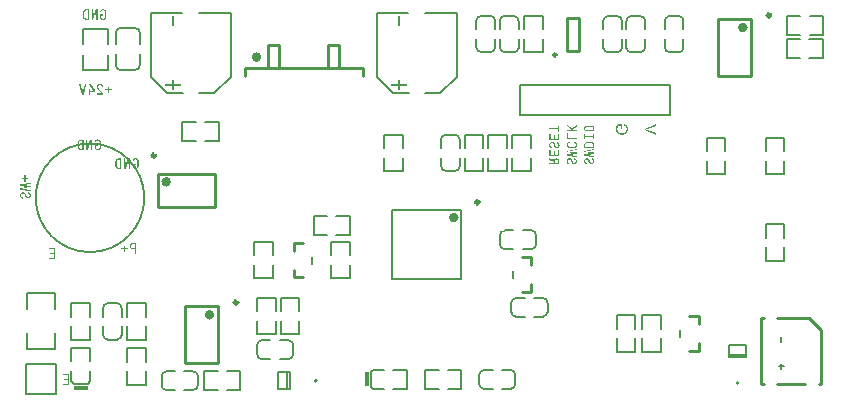
<source format=gbo>
G04*
G04 #@! TF.GenerationSoftware,Altium Limited,Altium Designer,23.8.1 (32)*
G04*
G04 Layer_Color=32896*
%FSLAX25Y25*%
%MOIN*%
G70*
G04*
G04 #@! TF.SameCoordinates,45B655E0-0CFB-48ED-97EE-2201F2EA58C2*
G04*
G04*
G04 #@! TF.FilePolarity,Positive*
G04*
G01*
G75*
%ADD10C,0.00787*%
%ADD11C,0.01000*%
%ADD49C,0.01181*%
%ADD69C,0.00787*%
%ADD70C,0.01575*%
%ADD71C,0.00984*%
%ADD72C,0.00600*%
%ADD73C,0.00800*%
%ADD74R,0.04724X0.01181*%
%ADD75R,0.01181X0.04724*%
G36*
X53613Y126214D02*
X52834D01*
Y129332D01*
X53613D01*
Y126214D01*
D02*
G37*
G36*
Y106856D02*
X55822D01*
Y106076D01*
X53613D01*
Y104907D01*
X52834D01*
Y106076D01*
X50625D01*
Y106856D01*
X52834D01*
Y108025D01*
X53613D01*
Y106856D01*
D02*
G37*
G36*
X128913D02*
X131122D01*
Y106076D01*
X128913D01*
Y104907D01*
X128134D01*
Y106076D01*
X125925D01*
Y106856D01*
X128134D01*
Y108025D01*
X128913D01*
Y106856D01*
D02*
G37*
G36*
Y129332D02*
X128134D01*
Y126214D01*
X128913D01*
Y129332D01*
D02*
G37*
G36*
X18666Y6587D02*
X16666D01*
Y6976D01*
X18242D01*
Y8053D01*
X16835D01*
Y8434D01*
X18242D01*
Y9672D01*
X16666D01*
Y10061D01*
X18666D01*
Y6587D01*
D02*
G37*
G36*
X182060Y90765D02*
X181689D01*
Y91676D01*
X178745D01*
Y92085D01*
X181689D01*
Y92992D01*
X182060D01*
Y90765D01*
D02*
G37*
G36*
Y88245D02*
X178745D01*
Y90154D01*
X179116D01*
Y88650D01*
X180298D01*
Y89992D01*
X180661D01*
Y88650D01*
X181689D01*
Y90154D01*
X182060D01*
Y88245D01*
D02*
G37*
G36*
X179679Y87457D02*
X179739Y87454D01*
X179851Y87431D01*
X179953Y87405D01*
X179998Y87386D01*
X180039Y87371D01*
X180076Y87352D01*
X180110Y87337D01*
X180140Y87319D01*
X180163Y87307D01*
X180181Y87296D01*
X180196Y87285D01*
X180204Y87281D01*
X180208Y87277D01*
X180298Y87202D01*
X180369Y87124D01*
X180432Y87041D01*
X180481Y86962D01*
X180515Y86891D01*
X180530Y86861D01*
X180541Y86835D01*
X180549Y86813D01*
X180556Y86797D01*
X180560Y86786D01*
Y86782D01*
X180725Y86273D01*
X180751Y86209D01*
X180781Y86149D01*
X180811Y86100D01*
X180845Y86059D01*
X180871Y86025D01*
X180894Y86002D01*
X180909Y85988D01*
X180916Y85984D01*
X180969Y85950D01*
X181021Y85924D01*
X181074Y85909D01*
X181123Y85894D01*
X181164Y85886D01*
X181198Y85882D01*
X181220D01*
X181224D01*
X181228D01*
X181310Y85890D01*
X181385Y85905D01*
X181449Y85931D01*
X181501Y85961D01*
X181543Y85988D01*
X181572Y86014D01*
X181591Y86029D01*
X181599Y86036D01*
X181648Y86100D01*
X181681Y86167D01*
X181708Y86239D01*
X181722Y86302D01*
X181734Y86362D01*
X181737Y86389D01*
Y86411D01*
X181741Y86426D01*
Y86452D01*
X181734Y86542D01*
X181719Y86625D01*
X181696Y86692D01*
X181670Y86752D01*
X181644Y86797D01*
X181621Y86831D01*
X181606Y86850D01*
X181599Y86857D01*
X181543Y86910D01*
X181483Y86948D01*
X181419Y86974D01*
X181359Y86992D01*
X181302Y87004D01*
X181261Y87007D01*
X181243Y87011D01*
X181231D01*
X181224D01*
X181220D01*
Y87424D01*
X181295Y87420D01*
X181362Y87413D01*
X181430Y87397D01*
X181490Y87382D01*
X181550Y87364D01*
X181603Y87341D01*
X181651Y87315D01*
X181696Y87292D01*
X181734Y87266D01*
X181767Y87240D01*
X181798Y87217D01*
X181820Y87199D01*
X181839Y87184D01*
X181854Y87169D01*
X181861Y87161D01*
X181865Y87157D01*
X181906Y87105D01*
X181944Y87052D01*
X181977Y86996D01*
X182004Y86936D01*
X182026Y86876D01*
X182045Y86820D01*
X182075Y86707D01*
X182086Y86655D01*
X182094Y86606D01*
X182097Y86565D01*
X182101Y86527D01*
X182105Y86494D01*
Y86452D01*
X182101Y86374D01*
X182094Y86295D01*
X182082Y86224D01*
X182068Y86156D01*
X182049Y86096D01*
X182030Y86036D01*
X182008Y85984D01*
X181985Y85935D01*
X181963Y85894D01*
X181940Y85856D01*
X181921Y85822D01*
X181903Y85796D01*
X181887Y85774D01*
X181876Y85759D01*
X181869Y85751D01*
X181865Y85747D01*
X181820Y85702D01*
X181767Y85661D01*
X181715Y85624D01*
X181662Y85594D01*
X181610Y85567D01*
X181554Y85545D01*
X181501Y85530D01*
X181453Y85515D01*
X181404Y85504D01*
X181362Y85496D01*
X181321Y85489D01*
X181288Y85485D01*
X181257Y85481D01*
X181239D01*
X181224D01*
X181220D01*
X181160Y85485D01*
X181104Y85489D01*
X180999Y85511D01*
X180905Y85541D01*
X180823Y85575D01*
X180785Y85594D01*
X180755Y85609D01*
X180725Y85624D01*
X180702Y85639D01*
X180684Y85650D01*
X180673Y85661D01*
X180665Y85665D01*
X180661Y85669D01*
X180579Y85747D01*
X180508Y85830D01*
X180447Y85916D01*
X180399Y86002D01*
X180361Y86074D01*
X180346Y86107D01*
X180335Y86134D01*
X180327Y86160D01*
X180320Y86175D01*
X180316Y86186D01*
Y86190D01*
X180163Y86681D01*
X180136Y86745D01*
X180106Y86797D01*
X180072Y86846D01*
X180039Y86888D01*
X180005Y86917D01*
X179982Y86940D01*
X179964Y86955D01*
X179956Y86959D01*
X179900Y86992D01*
X179840Y87019D01*
X179784Y87037D01*
X179731Y87052D01*
X179686Y87060D01*
X179649Y87064D01*
X179634D01*
X179622D01*
X179619D01*
X179615D01*
X179570D01*
X179525Y87056D01*
X179446Y87037D01*
X179379Y87011D01*
X179323Y86981D01*
X179274Y86948D01*
X179240Y86921D01*
X179221Y86902D01*
X179218Y86899D01*
X179214Y86895D01*
X179161Y86827D01*
X179124Y86752D01*
X179097Y86677D01*
X179079Y86606D01*
X179068Y86542D01*
X179064Y86516D01*
Y86490D01*
X179060Y86471D01*
Y86445D01*
X179068Y86340D01*
X179083Y86250D01*
X179109Y86167D01*
X179139Y86100D01*
X179165Y86048D01*
X179180Y86025D01*
X179191Y86010D01*
X179199Y85995D01*
X179206Y85984D01*
X179214Y85980D01*
Y85976D01*
X179244Y85946D01*
X179274Y85920D01*
X179341Y85875D01*
X179409Y85845D01*
X179472Y85822D01*
X179529Y85811D01*
X179551Y85804D01*
X179574D01*
X179593Y85800D01*
X179604D01*
X179611D01*
X179615D01*
Y85391D01*
X179540Y85395D01*
X179469Y85402D01*
X179397Y85417D01*
X179334Y85436D01*
X179278Y85459D01*
X179221Y85481D01*
X179173Y85507D01*
X179124Y85534D01*
X179086Y85560D01*
X179049Y85586D01*
X179019Y85609D01*
X178992Y85631D01*
X178974Y85650D01*
X178959Y85665D01*
X178951Y85672D01*
X178947Y85676D01*
X178902Y85732D01*
X178865Y85792D01*
X178831Y85852D01*
X178805Y85916D01*
X178779Y85980D01*
X178760Y86044D01*
X178730Y86167D01*
X178723Y86224D01*
X178715Y86276D01*
X178708Y86325D01*
X178704Y86366D01*
X178700Y86400D01*
Y86445D01*
X178704Y86531D01*
X178711Y86610D01*
X178723Y86685D01*
X178737Y86756D01*
X178756Y86824D01*
X178779Y86884D01*
X178801Y86940D01*
X178824Y86989D01*
X178846Y87034D01*
X178869Y87071D01*
X178891Y87105D01*
X178910Y87135D01*
X178925Y87154D01*
X178936Y87173D01*
X178944Y87180D01*
X178947Y87184D01*
X178996Y87232D01*
X179049Y87274D01*
X179101Y87311D01*
X179157Y87345D01*
X179214Y87371D01*
X179270Y87394D01*
X179323Y87413D01*
X179375Y87427D01*
X179424Y87439D01*
X179469Y87446D01*
X179510Y87454D01*
X179548Y87457D01*
X179574Y87461D01*
X179596D01*
X179611D01*
X179615D01*
X179679Y87457D01*
D02*
G37*
G36*
X182060Y82792D02*
X178745D01*
Y84701D01*
X179116D01*
Y83197D01*
X180298D01*
Y84540D01*
X180661D01*
Y83197D01*
X181689D01*
Y84701D01*
X182060D01*
Y82792D01*
D02*
G37*
G36*
X180196Y81394D02*
X180237Y81499D01*
X180286Y81592D01*
X180342Y81675D01*
X180399Y81742D01*
X180447Y81795D01*
X180470Y81817D01*
X180492Y81836D01*
X180508Y81848D01*
X180519Y81859D01*
X180526Y81862D01*
X180530Y81866D01*
X180575Y81896D01*
X180624Y81926D01*
X180721Y81967D01*
X180819Y82001D01*
X180909Y82020D01*
X180950Y82027D01*
X180988Y82035D01*
X181021Y82039D01*
X181051D01*
X181074Y82042D01*
X181093D01*
X181104D01*
X181107D01*
X181212Y82039D01*
X181306Y82024D01*
X181393Y82005D01*
X181464Y81982D01*
X181494Y81967D01*
X181524Y81956D01*
X181546Y81949D01*
X181569Y81937D01*
X181584Y81930D01*
X181595Y81923D01*
X181603Y81919D01*
X181606D01*
X181681Y81870D01*
X181749Y81814D01*
X181805Y81754D01*
X181854Y81701D01*
X181891Y81649D01*
X181918Y81611D01*
X181929Y81596D01*
X181936Y81585D01*
X181940Y81577D01*
Y81574D01*
X181981Y81488D01*
X182011Y81401D01*
X182030Y81311D01*
X182045Y81232D01*
X182053Y81161D01*
X182056Y81131D01*
X182060Y81105D01*
Y80029D01*
X178745D01*
Y80437D01*
X180151D01*
Y80970D01*
X178745Y81607D01*
Y82087D01*
X180196Y81394D01*
D02*
G37*
G36*
X186266Y92284D02*
X187860Y93105D01*
Y92659D01*
X186439Y91924D01*
Y91432D01*
X187860D01*
Y91024D01*
X184545D01*
Y91432D01*
X186079D01*
Y91909D01*
X184545Y92681D01*
Y93150D01*
X186266Y92284D01*
D02*
G37*
G36*
X184916Y88879D02*
X187860D01*
Y88470D01*
X184545D01*
Y90379D01*
X184916D01*
Y88879D01*
D02*
G37*
G36*
X187031Y87502D02*
X187110Y87495D01*
X187181Y87484D01*
X187245Y87465D01*
X187309Y87446D01*
X187365Y87424D01*
X187417Y87401D01*
X187462Y87375D01*
X187507Y87352D01*
X187541Y87326D01*
X187575Y87304D01*
X187601Y87285D01*
X187620Y87266D01*
X187635Y87255D01*
X187643Y87248D01*
X187646Y87244D01*
X187691Y87191D01*
X187733Y87139D01*
X187766Y87082D01*
X187796Y87023D01*
X187822Y86962D01*
X187841Y86902D01*
X187860Y86846D01*
X187871Y86790D01*
X187882Y86738D01*
X187890Y86689D01*
X187898Y86647D01*
X187901Y86610D01*
X187905Y86576D01*
Y86535D01*
X187901Y86452D01*
X187894Y86374D01*
X187882Y86299D01*
X187864Y86231D01*
X187845Y86167D01*
X187826Y86107D01*
X187800Y86055D01*
X187777Y86006D01*
X187755Y85961D01*
X187733Y85924D01*
X187710Y85890D01*
X187691Y85864D01*
X187672Y85841D01*
X187661Y85826D01*
X187654Y85819D01*
X187650Y85815D01*
X187601Y85770D01*
X187549Y85729D01*
X187493Y85695D01*
X187436Y85665D01*
X187376Y85639D01*
X187320Y85616D01*
X187264Y85597D01*
X187207Y85586D01*
X187155Y85575D01*
X187106Y85567D01*
X187065Y85560D01*
X187028Y85556D01*
X186994Y85552D01*
X186971D01*
X186956D01*
X186952D01*
X185452D01*
X185370Y85556D01*
X185295Y85564D01*
X185224Y85575D01*
X185156Y85594D01*
X185092Y85612D01*
X185036Y85635D01*
X184984Y85661D01*
X184935Y85684D01*
X184894Y85710D01*
X184856Y85732D01*
X184822Y85755D01*
X184800Y85774D01*
X184777Y85792D01*
X184763Y85804D01*
X184755Y85811D01*
X184751Y85815D01*
X184706Y85867D01*
X184669Y85924D01*
X184635Y85980D01*
X184605Y86040D01*
X184582Y86100D01*
X184560Y86160D01*
X184530Y86276D01*
X184522Y86329D01*
X184515Y86377D01*
X184508Y86422D01*
X184504Y86460D01*
X184500Y86490D01*
Y86535D01*
X184504Y86617D01*
X184511Y86692D01*
X184522Y86767D01*
X184541Y86835D01*
X184560Y86899D01*
X184582Y86955D01*
X184605Y87007D01*
X184627Y87056D01*
X184650Y87101D01*
X184676Y87139D01*
X184695Y87169D01*
X184714Y87195D01*
X184732Y87217D01*
X184744Y87232D01*
X184751Y87240D01*
X184755Y87244D01*
X184804Y87289D01*
X184860Y87330D01*
X184913Y87364D01*
X184973Y87397D01*
X185029Y87420D01*
X185089Y87442D01*
X185145Y87461D01*
X185201Y87472D01*
X185250Y87484D01*
X185299Y87491D01*
X185344Y87499D01*
X185381Y87502D01*
X185411Y87506D01*
X185434D01*
X185449D01*
X185452D01*
Y87098D01*
X185355Y87090D01*
X185265Y87075D01*
X185190Y87049D01*
X185130Y87023D01*
X185081Y86996D01*
X185047Y86970D01*
X185025Y86955D01*
X185018Y86948D01*
X184969Y86888D01*
X184931Y86820D01*
X184905Y86752D01*
X184886Y86685D01*
X184875Y86629D01*
X184871Y86602D01*
Y86580D01*
X184868Y86561D01*
Y86535D01*
X184875Y86441D01*
X184890Y86355D01*
X184916Y86284D01*
X184942Y86224D01*
X184969Y86175D01*
X184995Y86141D01*
X185010Y86119D01*
X185018Y86111D01*
X185081Y86063D01*
X185149Y86025D01*
X185224Y85999D01*
X185291Y85980D01*
X185355Y85969D01*
X185381Y85965D01*
X185407D01*
X185426Y85961D01*
X185441D01*
X185449D01*
X185452D01*
X186956D01*
X187057Y85969D01*
X187144Y85984D01*
X187215Y86010D01*
X187279Y86036D01*
X187324Y86063D01*
X187361Y86089D01*
X187380Y86104D01*
X187388Y86111D01*
X187436Y86175D01*
X187474Y86242D01*
X187500Y86314D01*
X187519Y86381D01*
X187530Y86441D01*
X187534Y86467D01*
Y86490D01*
X187538Y86509D01*
Y86535D01*
X187530Y86629D01*
X187515Y86711D01*
X187489Y86782D01*
X187462Y86842D01*
X187433Y86888D01*
X187406Y86921D01*
X187391Y86940D01*
X187384Y86948D01*
X187324Y86996D01*
X187252Y87034D01*
X187181Y87060D01*
X187114Y87079D01*
X187050Y87090D01*
X187024Y87094D01*
X186997D01*
X186979Y87098D01*
X186964D01*
X186956D01*
X186952D01*
Y87506D01*
X187031Y87502D01*
D02*
G37*
G36*
X187860Y84667D02*
X185407Y84409D01*
X185295Y84398D01*
X185242Y84390D01*
X185197Y84386D01*
X185156Y84382D01*
X185123D01*
X185104Y84379D01*
X185100D01*
X185096D01*
X185040Y84375D01*
X184987Y84371D01*
X184942Y84367D01*
X184905Y84364D01*
X184879D01*
X184856Y84360D01*
X184841D01*
X184837D01*
X184875Y84356D01*
X184920Y84352D01*
X184961Y84345D01*
X185003Y84341D01*
X185040Y84338D01*
X185070Y84334D01*
X185089Y84330D01*
X185096D01*
X185156Y84323D01*
X185213Y84319D01*
X185265Y84311D01*
X185314Y84307D01*
X185351Y84304D01*
X185381Y84300D01*
X185400Y84296D01*
X185407D01*
X187860Y84011D01*
Y83591D01*
X185407Y83280D01*
X185295Y83269D01*
X185242Y83261D01*
X185197Y83257D01*
X185156Y83254D01*
X185123Y83250D01*
X185104Y83246D01*
X185100D01*
X185096D01*
X185040Y83242D01*
X184987Y83235D01*
X184942Y83231D01*
X184905D01*
X184879Y83227D01*
X184856Y83224D01*
X184841D01*
X184837D01*
X184875Y83220D01*
X184920Y83216D01*
X184961D01*
X185003Y83213D01*
X185040Y83209D01*
X185070D01*
X185089Y83205D01*
X185096D01*
X185156Y83201D01*
X185213Y83197D01*
X185265Y83194D01*
X185314Y83190D01*
X185351Y83186D01*
X185381D01*
X185400Y83182D01*
X185407D01*
X187860Y82931D01*
Y82541D01*
X184545Y82924D01*
Y83438D01*
X187042Y83741D01*
X187099Y83749D01*
X187155Y83756D01*
X187204Y83760D01*
X187249Y83764D01*
X187290Y83771D01*
X187316D01*
X187335Y83775D01*
X187343D01*
X187395Y83779D01*
X187444Y83786D01*
X187481Y83790D01*
X187515Y83794D01*
X187541Y83798D01*
X187560Y83801D01*
X187571D01*
X187575D01*
X187541Y83805D01*
X187504Y83809D01*
X187466D01*
X187429Y83812D01*
X187395Y83816D01*
X187369Y83820D01*
X187350D01*
X187343D01*
X187234Y83831D01*
X187185Y83839D01*
X187136Y83842D01*
X187099Y83846D01*
X187069Y83850D01*
X187050Y83854D01*
X187042D01*
X184545Y84135D01*
Y84649D01*
X187860Y85039D01*
Y84667D01*
D02*
G37*
G36*
X185479Y82095D02*
X185539Y82091D01*
X185651Y82069D01*
X185752Y82042D01*
X185798Y82024D01*
X185839Y82009D01*
X185876Y81990D01*
X185910Y81975D01*
X185940Y81956D01*
X185962Y81945D01*
X185981Y81934D01*
X185996Y81923D01*
X186004Y81919D01*
X186007Y81915D01*
X186098Y81840D01*
X186169Y81761D01*
X186232Y81679D01*
X186281Y81600D01*
X186315Y81529D01*
X186330Y81499D01*
X186341Y81472D01*
X186349Y81450D01*
X186356Y81435D01*
X186360Y81424D01*
Y81420D01*
X186525Y80910D01*
X186551Y80846D01*
X186581Y80786D01*
X186611Y80738D01*
X186645Y80696D01*
X186671Y80663D01*
X186694Y80640D01*
X186709Y80625D01*
X186716Y80621D01*
X186769Y80588D01*
X186821Y80561D01*
X186874Y80546D01*
X186923Y80531D01*
X186964Y80524D01*
X186997Y80520D01*
X187020D01*
X187024D01*
X187028D01*
X187110Y80527D01*
X187185Y80542D01*
X187249Y80569D01*
X187301Y80599D01*
X187343Y80625D01*
X187373Y80651D01*
X187391Y80666D01*
X187399Y80674D01*
X187448Y80738D01*
X187481Y80805D01*
X187507Y80876D01*
X187522Y80940D01*
X187534Y81000D01*
X187538Y81026D01*
Y81049D01*
X187541Y81064D01*
Y81090D01*
X187534Y81180D01*
X187519Y81262D01*
X187496Y81330D01*
X187470Y81390D01*
X187444Y81435D01*
X187421Y81469D01*
X187406Y81488D01*
X187399Y81495D01*
X187343Y81547D01*
X187283Y81585D01*
X187219Y81611D01*
X187159Y81630D01*
X187102Y81641D01*
X187061Y81645D01*
X187042Y81649D01*
X187031D01*
X187024D01*
X187020D01*
Y82061D01*
X187095Y82057D01*
X187162Y82050D01*
X187230Y82035D01*
X187290Y82020D01*
X187350Y82001D01*
X187402Y81979D01*
X187451Y81952D01*
X187496Y81930D01*
X187534Y81904D01*
X187567Y81877D01*
X187598Y81855D01*
X187620Y81836D01*
X187639Y81821D01*
X187654Y81806D01*
X187661Y81799D01*
X187665Y81795D01*
X187706Y81742D01*
X187744Y81690D01*
X187777Y81634D01*
X187804Y81574D01*
X187826Y81514D01*
X187845Y81457D01*
X187875Y81345D01*
X187886Y81292D01*
X187894Y81244D01*
X187898Y81202D01*
X187901Y81165D01*
X187905Y81131D01*
Y81090D01*
X187901Y81011D01*
X187894Y80932D01*
X187882Y80861D01*
X187867Y80794D01*
X187849Y80734D01*
X187830Y80674D01*
X187808Y80621D01*
X187785Y80572D01*
X187762Y80531D01*
X187740Y80494D01*
X187721Y80460D01*
X187703Y80434D01*
X187688Y80411D01*
X187676Y80396D01*
X187669Y80389D01*
X187665Y80385D01*
X187620Y80340D01*
X187567Y80299D01*
X187515Y80261D01*
X187462Y80231D01*
X187410Y80205D01*
X187354Y80182D01*
X187301Y80167D01*
X187252Y80152D01*
X187204Y80141D01*
X187162Y80134D01*
X187121Y80126D01*
X187088Y80123D01*
X187057Y80119D01*
X187039D01*
X187024D01*
X187020D01*
X186960Y80123D01*
X186904Y80126D01*
X186799Y80149D01*
X186705Y80179D01*
X186623Y80212D01*
X186585Y80231D01*
X186555Y80246D01*
X186525Y80261D01*
X186503Y80276D01*
X186484Y80287D01*
X186472Y80299D01*
X186465Y80302D01*
X186461Y80306D01*
X186379Y80385D01*
X186308Y80467D01*
X186248Y80554D01*
X186199Y80640D01*
X186161Y80711D01*
X186146Y80745D01*
X186135Y80771D01*
X186127Y80797D01*
X186120Y80813D01*
X186116Y80824D01*
Y80827D01*
X185962Y81319D01*
X185936Y81382D01*
X185906Y81435D01*
X185872Y81484D01*
X185839Y81525D01*
X185805Y81555D01*
X185783Y81577D01*
X185764Y81592D01*
X185756Y81596D01*
X185700Y81630D01*
X185640Y81656D01*
X185584Y81675D01*
X185531Y81690D01*
X185486Y81697D01*
X185449Y81701D01*
X185434D01*
X185423D01*
X185419D01*
X185415D01*
X185370D01*
X185325Y81694D01*
X185246Y81675D01*
X185179Y81649D01*
X185123Y81619D01*
X185074Y81585D01*
X185040Y81559D01*
X185021Y81540D01*
X185018Y81536D01*
X185014Y81532D01*
X184961Y81465D01*
X184924Y81390D01*
X184897Y81315D01*
X184879Y81244D01*
X184868Y81180D01*
X184864Y81154D01*
Y81127D01*
X184860Y81109D01*
Y81082D01*
X184868Y80977D01*
X184882Y80888D01*
X184909Y80805D01*
X184939Y80738D01*
X184965Y80685D01*
X184980Y80663D01*
X184991Y80647D01*
X184999Y80632D01*
X185006Y80621D01*
X185014Y80617D01*
Y80614D01*
X185044Y80584D01*
X185074Y80557D01*
X185141Y80512D01*
X185209Y80482D01*
X185273Y80460D01*
X185329Y80449D01*
X185351Y80441D01*
X185374D01*
X185392Y80437D01*
X185404D01*
X185411D01*
X185415D01*
Y80029D01*
X185340Y80032D01*
X185269Y80040D01*
X185197Y80055D01*
X185134Y80074D01*
X185078Y80096D01*
X185021Y80119D01*
X184973Y80145D01*
X184924Y80171D01*
X184886Y80198D01*
X184849Y80224D01*
X184819Y80246D01*
X184792Y80269D01*
X184774Y80287D01*
X184759Y80302D01*
X184751Y80310D01*
X184748Y80314D01*
X184703Y80370D01*
X184665Y80430D01*
X184631Y80490D01*
X184605Y80554D01*
X184579Y80617D01*
X184560Y80681D01*
X184530Y80805D01*
X184522Y80861D01*
X184515Y80914D01*
X184508Y80963D01*
X184504Y81004D01*
X184500Y81037D01*
Y81082D01*
X184504Y81169D01*
X184511Y81248D01*
X184522Y81322D01*
X184537Y81394D01*
X184556Y81461D01*
X184579Y81521D01*
X184601Y81577D01*
X184624Y81626D01*
X184646Y81671D01*
X184669Y81709D01*
X184691Y81742D01*
X184710Y81773D01*
X184725Y81791D01*
X184736Y81810D01*
X184744Y81817D01*
X184748Y81821D01*
X184796Y81870D01*
X184849Y81911D01*
X184901Y81949D01*
X184958Y81982D01*
X185014Y82009D01*
X185070Y82031D01*
X185123Y82050D01*
X185175Y82065D01*
X185224Y82076D01*
X185269Y82084D01*
X185310Y82091D01*
X185347Y82095D01*
X185374Y82099D01*
X185396D01*
X185411D01*
X185415D01*
X185479Y82095D01*
D02*
G37*
G36*
X192839Y92929D02*
X192914Y92921D01*
X192985Y92910D01*
X193052Y92891D01*
X193116Y92873D01*
X193173Y92850D01*
X193225Y92827D01*
X193274Y92805D01*
X193315Y92779D01*
X193352Y92756D01*
X193383Y92734D01*
X193409Y92715D01*
X193428Y92696D01*
X193442Y92685D01*
X193450Y92677D01*
X193454Y92674D01*
X193499Y92625D01*
X193536Y92569D01*
X193570Y92513D01*
X193600Y92456D01*
X193623Y92396D01*
X193645Y92336D01*
X193675Y92224D01*
X193683Y92171D01*
X193690Y92123D01*
X193698Y92081D01*
X193701Y92044D01*
X193705Y92010D01*
Y91969D01*
X193701Y91886D01*
X193694Y91811D01*
X193683Y91736D01*
X193664Y91669D01*
X193645Y91609D01*
X193626Y91549D01*
X193600Y91496D01*
X193578Y91448D01*
X193555Y91406D01*
X193533Y91369D01*
X193510Y91339D01*
X193491Y91312D01*
X193473Y91290D01*
X193461Y91275D01*
X193454Y91267D01*
X193450Y91264D01*
X193401Y91219D01*
X193349Y91177D01*
X193292Y91144D01*
X193236Y91114D01*
X193176Y91088D01*
X193120Y91069D01*
X193064Y91050D01*
X193008Y91039D01*
X192955Y91027D01*
X192906Y91020D01*
X192865Y91013D01*
X192827Y91009D01*
X192794Y91005D01*
X192771D01*
X192756D01*
X192753D01*
X191253D01*
X191170Y91009D01*
X191095Y91016D01*
X191024Y91027D01*
X190956Y91046D01*
X190893Y91065D01*
X190836Y91088D01*
X190784Y91110D01*
X190735Y91136D01*
X190694Y91159D01*
X190656Y91181D01*
X190622Y91204D01*
X190600Y91223D01*
X190577Y91241D01*
X190562Y91252D01*
X190555Y91260D01*
X190551Y91264D01*
X190506Y91316D01*
X190469Y91369D01*
X190435Y91425D01*
X190405Y91485D01*
X190383Y91541D01*
X190360Y91601D01*
X190330Y91714D01*
X190322Y91766D01*
X190315Y91815D01*
X190307Y91856D01*
X190304Y91894D01*
X190300Y91927D01*
Y91969D01*
X190304Y92051D01*
X190311Y92126D01*
X190322Y92201D01*
X190341Y92269D01*
X190360Y92329D01*
X190379Y92389D01*
X190401Y92441D01*
X190427Y92490D01*
X190450Y92531D01*
X190472Y92569D01*
X190491Y92599D01*
X190514Y92625D01*
X190529Y92647D01*
X190540Y92663D01*
X190548Y92670D01*
X190551Y92674D01*
X190600Y92719D01*
X190656Y92760D01*
X190712Y92794D01*
X190769Y92824D01*
X190829Y92850D01*
X190885Y92869D01*
X190941Y92888D01*
X190998Y92899D01*
X191050Y92910D01*
X191099Y92917D01*
X191140Y92925D01*
X191177Y92929D01*
X191211Y92932D01*
X191234D01*
X191249D01*
X191253D01*
X192756D01*
X192839Y92929D01*
D02*
G37*
G36*
X193660Y88357D02*
X193289D01*
Y89032D01*
X190716D01*
Y88357D01*
X190345D01*
Y90127D01*
X190716D01*
Y89452D01*
X193289D01*
Y90127D01*
X193660D01*
Y88357D01*
D02*
G37*
G36*
X192775Y87476D02*
X192876Y87461D01*
X192966Y87439D01*
X193041Y87416D01*
X193075Y87401D01*
X193105Y87390D01*
X193131Y87379D01*
X193154Y87371D01*
X193169Y87360D01*
X193180Y87356D01*
X193187Y87349D01*
X193191D01*
X193270Y87296D01*
X193341Y87240D01*
X193401Y87176D01*
X193450Y87120D01*
X193488Y87067D01*
X193514Y87023D01*
X193525Y87007D01*
X193533Y86996D01*
X193536Y86989D01*
Y86985D01*
X193578Y86895D01*
X193607Y86801D01*
X193630Y86707D01*
X193645Y86621D01*
X193649Y86580D01*
X193652Y86546D01*
X193656Y86513D01*
X193660Y86482D01*
Y85571D01*
X190345D01*
Y86430D01*
X190349Y86546D01*
X190364Y86651D01*
X190383Y86749D01*
X190394Y86790D01*
X190405Y86827D01*
X190416Y86865D01*
X190427Y86895D01*
X190439Y86921D01*
X190446Y86944D01*
X190454Y86962D01*
X190461Y86974D01*
X190465Y86981D01*
Y86985D01*
X190517Y87067D01*
X190570Y87142D01*
X190630Y87202D01*
X190686Y87255D01*
X190735Y87296D01*
X190776Y87326D01*
X190791Y87334D01*
X190803Y87341D01*
X190810Y87349D01*
X190814D01*
X190900Y87394D01*
X190990Y87424D01*
X191080Y87446D01*
X191163Y87465D01*
X191200Y87469D01*
X191234Y87472D01*
X191264Y87476D01*
X191290D01*
X191313Y87480D01*
X191328D01*
X191339D01*
X191342D01*
X192666D01*
X192775Y87476D01*
D02*
G37*
G36*
X193660Y84667D02*
X191208Y84409D01*
X191095Y84398D01*
X191042Y84390D01*
X190998Y84386D01*
X190956Y84382D01*
X190922D01*
X190904Y84379D01*
X190900D01*
X190896D01*
X190840Y84375D01*
X190787Y84371D01*
X190743Y84367D01*
X190705Y84364D01*
X190679D01*
X190656Y84360D01*
X190641D01*
X190638D01*
X190675Y84356D01*
X190720Y84352D01*
X190761Y84345D01*
X190803Y84341D01*
X190840Y84338D01*
X190870Y84334D01*
X190889Y84330D01*
X190896D01*
X190956Y84323D01*
X191013Y84319D01*
X191065Y84311D01*
X191114Y84307D01*
X191151Y84304D01*
X191181Y84300D01*
X191200Y84296D01*
X191208D01*
X193660Y84011D01*
Y83591D01*
X191208Y83280D01*
X191095Y83269D01*
X191042Y83261D01*
X190998Y83257D01*
X190956Y83254D01*
X190922Y83250D01*
X190904Y83246D01*
X190900D01*
X190896D01*
X190840Y83242D01*
X190787Y83235D01*
X190743Y83231D01*
X190705D01*
X190679Y83227D01*
X190656Y83224D01*
X190641D01*
X190638D01*
X190675Y83220D01*
X190720Y83216D01*
X190761D01*
X190803Y83213D01*
X190840Y83209D01*
X190870D01*
X190889Y83205D01*
X190896D01*
X190956Y83201D01*
X191013Y83197D01*
X191065Y83194D01*
X191114Y83190D01*
X191151Y83186D01*
X191181D01*
X191200Y83182D01*
X191208D01*
X193660Y82931D01*
Y82541D01*
X190345Y82924D01*
Y83438D01*
X192842Y83741D01*
X192899Y83749D01*
X192955Y83756D01*
X193004Y83760D01*
X193049Y83764D01*
X193090Y83771D01*
X193116D01*
X193135Y83775D01*
X193142D01*
X193195Y83779D01*
X193244Y83786D01*
X193281Y83790D01*
X193315Y83794D01*
X193341Y83798D01*
X193360Y83801D01*
X193371D01*
X193375D01*
X193341Y83805D01*
X193304Y83809D01*
X193266D01*
X193229Y83812D01*
X193195Y83816D01*
X193169Y83820D01*
X193150D01*
X193142D01*
X193034Y83831D01*
X192985Y83839D01*
X192936Y83842D01*
X192899Y83846D01*
X192869Y83850D01*
X192850Y83854D01*
X192842D01*
X190345Y84135D01*
Y84649D01*
X193660Y85039D01*
Y84667D01*
D02*
G37*
G36*
X191279Y82095D02*
X191339Y82091D01*
X191451Y82069D01*
X191552Y82042D01*
X191597Y82024D01*
X191639Y82009D01*
X191676Y81990D01*
X191710Y81975D01*
X191740Y81956D01*
X191762Y81945D01*
X191781Y81934D01*
X191796Y81923D01*
X191804Y81919D01*
X191807Y81915D01*
X191897Y81840D01*
X191969Y81761D01*
X192033Y81679D01*
X192081Y81600D01*
X192115Y81529D01*
X192130Y81499D01*
X192141Y81472D01*
X192149Y81450D01*
X192156Y81435D01*
X192160Y81424D01*
Y81420D01*
X192325Y80910D01*
X192351Y80846D01*
X192381Y80786D01*
X192411Y80738D01*
X192445Y80696D01*
X192471Y80663D01*
X192494Y80640D01*
X192509Y80625D01*
X192516Y80621D01*
X192569Y80588D01*
X192621Y80561D01*
X192674Y80546D01*
X192722Y80531D01*
X192764Y80524D01*
X192798Y80520D01*
X192820D01*
X192824D01*
X192827D01*
X192910Y80527D01*
X192985Y80542D01*
X193049Y80569D01*
X193101Y80599D01*
X193142Y80625D01*
X193173Y80651D01*
X193191Y80666D01*
X193199Y80674D01*
X193247Y80738D01*
X193281Y80805D01*
X193307Y80876D01*
X193323Y80940D01*
X193334Y81000D01*
X193338Y81026D01*
Y81049D01*
X193341Y81064D01*
Y81090D01*
X193334Y81180D01*
X193319Y81262D01*
X193296Y81330D01*
X193270Y81390D01*
X193244Y81435D01*
X193221Y81469D01*
X193206Y81488D01*
X193199Y81495D01*
X193142Y81547D01*
X193082Y81585D01*
X193019Y81611D01*
X192959Y81630D01*
X192903Y81641D01*
X192861Y81645D01*
X192842Y81649D01*
X192831D01*
X192824D01*
X192820D01*
Y82061D01*
X192895Y82057D01*
X192963Y82050D01*
X193030Y82035D01*
X193090Y82020D01*
X193150Y82001D01*
X193202Y81979D01*
X193251Y81952D01*
X193296Y81930D01*
X193334Y81904D01*
X193368Y81877D01*
X193397Y81855D01*
X193420Y81836D01*
X193439Y81821D01*
X193454Y81806D01*
X193461Y81799D01*
X193465Y81795D01*
X193506Y81742D01*
X193544Y81690D01*
X193578Y81634D01*
X193604Y81574D01*
X193626Y81514D01*
X193645Y81457D01*
X193675Y81345D01*
X193686Y81292D01*
X193694Y81244D01*
X193698Y81202D01*
X193701Y81165D01*
X193705Y81131D01*
Y81090D01*
X193701Y81011D01*
X193694Y80932D01*
X193683Y80861D01*
X193667Y80794D01*
X193649Y80734D01*
X193630Y80674D01*
X193607Y80621D01*
X193585Y80572D01*
X193562Y80531D01*
X193540Y80494D01*
X193521Y80460D01*
X193502Y80434D01*
X193488Y80411D01*
X193476Y80396D01*
X193469Y80389D01*
X193465Y80385D01*
X193420Y80340D01*
X193368Y80299D01*
X193315Y80261D01*
X193263Y80231D01*
X193210Y80205D01*
X193154Y80182D01*
X193101Y80167D01*
X193052Y80152D01*
X193004Y80141D01*
X192963Y80134D01*
X192921Y80126D01*
X192887Y80123D01*
X192858Y80119D01*
X192839D01*
X192824D01*
X192820D01*
X192760Y80123D01*
X192704Y80126D01*
X192599Y80149D01*
X192505Y80179D01*
X192422Y80212D01*
X192385Y80231D01*
X192355Y80246D01*
X192325Y80261D01*
X192303Y80276D01*
X192284Y80287D01*
X192272Y80299D01*
X192265Y80302D01*
X192261Y80306D01*
X192179Y80385D01*
X192107Y80467D01*
X192048Y80554D01*
X191999Y80640D01*
X191961Y80711D01*
X191946Y80745D01*
X191935Y80771D01*
X191928Y80797D01*
X191920Y80813D01*
X191916Y80824D01*
Y80827D01*
X191762Y81319D01*
X191736Y81382D01*
X191706Y81435D01*
X191673Y81484D01*
X191639Y81525D01*
X191605Y81555D01*
X191583Y81577D01*
X191564Y81592D01*
X191556Y81596D01*
X191500Y81630D01*
X191440Y81656D01*
X191384Y81675D01*
X191331Y81690D01*
X191286Y81697D01*
X191249Y81701D01*
X191234D01*
X191223D01*
X191219D01*
X191215D01*
X191170D01*
X191125Y81694D01*
X191046Y81675D01*
X190979Y81649D01*
X190922Y81619D01*
X190874Y81585D01*
X190840Y81559D01*
X190821Y81540D01*
X190817Y81536D01*
X190814Y81532D01*
X190761Y81465D01*
X190724Y81390D01*
X190698Y81315D01*
X190679Y81244D01*
X190667Y81180D01*
X190664Y81154D01*
Y81127D01*
X190660Y81109D01*
Y81082D01*
X190667Y80977D01*
X190682Y80888D01*
X190709Y80805D01*
X190739Y80738D01*
X190765Y80685D01*
X190780Y80663D01*
X190791Y80647D01*
X190799Y80632D01*
X190806Y80621D01*
X190814Y80617D01*
Y80614D01*
X190844Y80584D01*
X190874Y80557D01*
X190941Y80512D01*
X191009Y80482D01*
X191072Y80460D01*
X191129Y80449D01*
X191151Y80441D01*
X191174D01*
X191192Y80437D01*
X191204D01*
X191211D01*
X191215D01*
Y80029D01*
X191140Y80032D01*
X191069Y80040D01*
X190998Y80055D01*
X190934Y80074D01*
X190877Y80096D01*
X190821Y80119D01*
X190772Y80145D01*
X190724Y80171D01*
X190686Y80198D01*
X190649Y80224D01*
X190619Y80246D01*
X190593Y80269D01*
X190574Y80287D01*
X190559Y80302D01*
X190551Y80310D01*
X190548Y80314D01*
X190503Y80370D01*
X190465Y80430D01*
X190431Y80490D01*
X190405Y80554D01*
X190379Y80617D01*
X190360Y80681D01*
X190330Y80805D01*
X190322Y80861D01*
X190315Y80914D01*
X190307Y80963D01*
X190304Y81004D01*
X190300Y81037D01*
Y81082D01*
X190304Y81169D01*
X190311Y81248D01*
X190322Y81322D01*
X190338Y81394D01*
X190356Y81461D01*
X190379Y81521D01*
X190401Y81577D01*
X190424Y81626D01*
X190446Y81671D01*
X190469Y81709D01*
X190491Y81742D01*
X190510Y81773D01*
X190525Y81791D01*
X190536Y81810D01*
X190544Y81817D01*
X190548Y81821D01*
X190596Y81870D01*
X190649Y81911D01*
X190701Y81949D01*
X190758Y81982D01*
X190814Y82009D01*
X190870Y82031D01*
X190922Y82050D01*
X190975Y82065D01*
X191024Y82076D01*
X191069Y82084D01*
X191110Y82091D01*
X191147Y82095D01*
X191174Y82099D01*
X191196D01*
X191211D01*
X191215D01*
X191279Y82095D01*
D02*
G37*
G36*
X202943Y91822D02*
X202489D01*
Y92951D01*
X201773D01*
X201720Y92884D01*
X201668Y92805D01*
X201623Y92726D01*
X201581Y92651D01*
X201548Y92580D01*
X201533Y92550D01*
X201521Y92524D01*
X201510Y92501D01*
X201506Y92486D01*
X201499Y92475D01*
Y92471D01*
X201458Y92355D01*
X201428Y92239D01*
X201405Y92130D01*
X201390Y92032D01*
X201386Y91987D01*
X201383Y91946D01*
X201379Y91912D01*
Y91882D01*
X201375Y91860D01*
Y91826D01*
X201379Y91755D01*
X201383Y91687D01*
X201401Y91556D01*
X201428Y91432D01*
X201443Y91376D01*
X201458Y91327D01*
X201473Y91279D01*
X201488Y91237D01*
X201503Y91200D01*
X201514Y91170D01*
X201525Y91144D01*
X201533Y91125D01*
X201540Y91114D01*
Y91110D01*
X201574Y91050D01*
X201611Y90990D01*
X201649Y90937D01*
X201690Y90889D01*
X201735Y90840D01*
X201776Y90799D01*
X201818Y90761D01*
X201859Y90727D01*
X201900Y90697D01*
X201938Y90671D01*
X201968Y90649D01*
X201998Y90630D01*
X202020Y90615D01*
X202039Y90604D01*
X202050Y90600D01*
X202054Y90596D01*
X202121Y90566D01*
X202193Y90540D01*
X202335Y90495D01*
X202481Y90465D01*
X202549Y90450D01*
X202616Y90442D01*
X202680Y90435D01*
X202736Y90431D01*
X202785Y90424D01*
X202830D01*
X202868Y90420D01*
X202894D01*
X202909D01*
X202916D01*
X203070Y90427D01*
X203213Y90442D01*
X203280Y90454D01*
X203344Y90465D01*
X203404Y90480D01*
X203460Y90495D01*
X203509Y90506D01*
X203554Y90521D01*
X203595Y90532D01*
X203625Y90544D01*
X203655Y90551D01*
X203674Y90559D01*
X203685Y90566D01*
X203689D01*
X203764Y90600D01*
X203835Y90641D01*
X203899Y90679D01*
X203955Y90720D01*
X204004Y90754D01*
X204038Y90780D01*
X204060Y90799D01*
X204068Y90806D01*
X204131Y90870D01*
X204188Y90937D01*
X204233Y91005D01*
X204274Y91069D01*
X204308Y91129D01*
X204319Y91151D01*
X204330Y91174D01*
X204338Y91192D01*
X204345Y91204D01*
X204349Y91211D01*
Y91215D01*
X204386Y91312D01*
X204413Y91417D01*
X204431Y91519D01*
X204443Y91612D01*
X204450Y91657D01*
X204454Y91695D01*
Y91729D01*
X204458Y91759D01*
Y91819D01*
X204454Y91924D01*
X204443Y92025D01*
X204424Y92115D01*
X204409Y92194D01*
X204398Y92227D01*
X204390Y92257D01*
X204379Y92284D01*
X204371Y92306D01*
X204368Y92325D01*
X204360Y92336D01*
X204356Y92344D01*
Y92347D01*
X204315Y92434D01*
X204270Y92505D01*
X204225Y92569D01*
X204184Y92621D01*
X204146Y92662D01*
X204113Y92692D01*
X204094Y92707D01*
X204090Y92715D01*
X204086D01*
X204019Y92764D01*
X203944Y92805D01*
X203865Y92842D01*
X203794Y92872D01*
X203726Y92899D01*
X203696Y92910D01*
X203674Y92917D01*
X203655Y92925D01*
X203636Y92929D01*
X203629Y92932D01*
X203625D01*
X203749Y93390D01*
X203820Y93371D01*
X203888Y93349D01*
X203951Y93326D01*
X204011Y93304D01*
X204068Y93277D01*
X204120Y93255D01*
X204169Y93232D01*
X204210Y93206D01*
X204248Y93184D01*
X204281Y93165D01*
X204311Y93146D01*
X204334Y93131D01*
X204353Y93116D01*
X204368Y93105D01*
X204375Y93101D01*
X204379Y93097D01*
X204465Y93019D01*
X204540Y92932D01*
X204604Y92846D01*
X204656Y92760D01*
X204698Y92685D01*
X204716Y92651D01*
X204728Y92625D01*
X204739Y92602D01*
X204746Y92584D01*
X204754Y92572D01*
Y92569D01*
X204799Y92441D01*
X204833Y92310D01*
X204859Y92186D01*
X204866Y92126D01*
X204874Y92070D01*
X204881Y92017D01*
X204885Y91969D01*
X204889Y91924D01*
Y91890D01*
X204893Y91860D01*
Y91819D01*
X204889Y91714D01*
X204881Y91609D01*
X204870Y91511D01*
X204855Y91417D01*
X204836Y91327D01*
X204818Y91245D01*
X204795Y91166D01*
X204776Y91095D01*
X204754Y91031D01*
X204731Y90971D01*
X204713Y90922D01*
X204694Y90881D01*
X204679Y90847D01*
X204668Y90821D01*
X204660Y90806D01*
X204656Y90802D01*
X204608Y90724D01*
X204559Y90649D01*
X204503Y90577D01*
X204443Y90514D01*
X204383Y90450D01*
X204323Y90397D01*
X204263Y90345D01*
X204206Y90300D01*
X204150Y90259D01*
X204098Y90225D01*
X204053Y90195D01*
X204011Y90172D01*
X203978Y90154D01*
X203955Y90139D01*
X203940Y90131D01*
X203933Y90127D01*
X203839Y90086D01*
X203749Y90052D01*
X203655Y90019D01*
X203565Y89992D01*
X203475Y89970D01*
X203389Y89951D01*
X203306Y89936D01*
X203228Y89925D01*
X203156Y89914D01*
X203089Y89906D01*
X203033Y89902D01*
X202980Y89899D01*
X202943Y89895D01*
X202913D01*
X202894D01*
X202886D01*
X202781Y89899D01*
X202680Y89906D01*
X202583Y89917D01*
X202489Y89932D01*
X202399Y89947D01*
X202313Y89970D01*
X202234Y89989D01*
X202159Y90011D01*
X202095Y90034D01*
X202035Y90052D01*
X201983Y90075D01*
X201941Y90090D01*
X201904Y90105D01*
X201881Y90116D01*
X201863Y90124D01*
X201859Y90127D01*
X201776Y90176D01*
X201698Y90225D01*
X201623Y90281D01*
X201555Y90337D01*
X201495Y90394D01*
X201435Y90454D01*
X201383Y90510D01*
X201338Y90566D01*
X201296Y90619D01*
X201259Y90667D01*
X201229Y90712D01*
X201203Y90750D01*
X201184Y90780D01*
X201169Y90806D01*
X201161Y90821D01*
X201158Y90825D01*
X201116Y90915D01*
X201079Y91001D01*
X201045Y91091D01*
X201019Y91181D01*
X200996Y91271D01*
X200978Y91357D01*
X200959Y91436D01*
X200948Y91515D01*
X200936Y91586D01*
X200929Y91654D01*
X200925Y91710D01*
X200921Y91762D01*
X200918Y91800D01*
Y91856D01*
X200925Y92014D01*
X200940Y92160D01*
X200951Y92231D01*
X200966Y92299D01*
X200978Y92362D01*
X200993Y92422D01*
X201008Y92479D01*
X201019Y92527D01*
X201034Y92569D01*
X201045Y92606D01*
X201053Y92636D01*
X201060Y92655D01*
X201068Y92670D01*
Y92674D01*
X201131Y92824D01*
X201203Y92966D01*
X201274Y93097D01*
X201311Y93157D01*
X201349Y93214D01*
X201383Y93262D01*
X201413Y93311D01*
X201439Y93352D01*
X201465Y93386D01*
X201484Y93412D01*
X201503Y93435D01*
X201510Y93446D01*
X201514Y93450D01*
X202943D01*
Y91822D01*
D02*
G37*
G36*
X214361Y92932D02*
X211568Y91890D01*
X211451Y91849D01*
X211335Y91807D01*
X211230Y91774D01*
X211136Y91744D01*
X211091Y91729D01*
X211054Y91717D01*
X211020Y91710D01*
X210990Y91699D01*
X210968Y91691D01*
X210953Y91688D01*
X210941Y91684D01*
X210938D01*
X211050Y91650D01*
X211159Y91616D01*
X211264Y91582D01*
X211361Y91552D01*
X211406Y91537D01*
X211444Y91523D01*
X211481Y91511D01*
X211511Y91500D01*
X211534Y91492D01*
X211553Y91485D01*
X211564Y91481D01*
X211568D01*
X214361Y90484D01*
Y89932D01*
X210518Y91417D01*
Y91946D01*
X214361Y93450D01*
Y92932D01*
D02*
G37*
G36*
X37361Y52061D02*
X38273D01*
Y51679D01*
X37361D01*
Y50752D01*
X36944D01*
Y51679D01*
X36033D01*
Y52061D01*
X36944D01*
Y52988D01*
X37361D01*
Y52061D01*
D02*
G37*
G36*
X41000Y50300D02*
X40572D01*
Y51727D01*
X39880D01*
X39790Y51731D01*
X39707Y51738D01*
X39628Y51754D01*
X39554Y51770D01*
X39487Y51789D01*
X39424Y51813D01*
X39365Y51841D01*
X39314Y51868D01*
X39267Y51892D01*
X39228Y51919D01*
X39192Y51943D01*
X39161Y51962D01*
X39141Y51978D01*
X39121Y51994D01*
X39114Y52002D01*
X39110Y52006D01*
X39059Y52061D01*
X39015Y52120D01*
X38976Y52179D01*
X38941Y52241D01*
X38913Y52304D01*
X38890Y52363D01*
X38870Y52426D01*
X38854Y52485D01*
X38842Y52540D01*
X38835Y52591D01*
X38827Y52634D01*
X38823Y52674D01*
X38819Y52709D01*
Y52733D01*
Y52748D01*
Y52752D01*
X38823Y52839D01*
X38831Y52917D01*
X38846Y52992D01*
X38866Y53063D01*
X38886Y53130D01*
X38909Y53193D01*
X38937Y53247D01*
X38964Y53299D01*
X38992Y53342D01*
X39019Y53381D01*
X39043Y53417D01*
X39062Y53444D01*
X39082Y53468D01*
X39098Y53483D01*
X39106Y53491D01*
X39110Y53495D01*
X39165Y53546D01*
X39224Y53585D01*
X39287Y53625D01*
X39349Y53656D01*
X39416Y53684D01*
X39479Y53707D01*
X39542Y53723D01*
X39601Y53739D01*
X39660Y53750D01*
X39711Y53758D01*
X39758Y53766D01*
X39801Y53770D01*
X39833Y53774D01*
X41000D01*
Y50300D01*
D02*
G37*
G36*
X4108Y75607D02*
X5035D01*
Y75191D01*
X4108D01*
Y74279D01*
X3727D01*
Y75191D01*
X2799D01*
Y75607D01*
X3727D01*
Y76519D01*
X4108D01*
Y75607D01*
D02*
G37*
G36*
X5821Y73461D02*
X3251Y73190D01*
X3133Y73178D01*
X3078Y73171D01*
X3031Y73167D01*
X2988Y73163D01*
X2952D01*
X2933Y73159D01*
X2929D01*
X2925D01*
X2866Y73155D01*
X2811Y73151D01*
X2764Y73147D01*
X2724Y73143D01*
X2697D01*
X2673Y73139D01*
X2658D01*
X2654D01*
X2693Y73135D01*
X2740Y73131D01*
X2783Y73123D01*
X2827Y73119D01*
X2866Y73116D01*
X2897Y73112D01*
X2917Y73108D01*
X2925D01*
X2988Y73100D01*
X3047Y73096D01*
X3102Y73088D01*
X3153Y73084D01*
X3192Y73080D01*
X3224Y73076D01*
X3243Y73072D01*
X3251D01*
X5821Y72774D01*
Y72334D01*
X3251Y72007D01*
X3133Y71996D01*
X3078Y71988D01*
X3031Y71984D01*
X2988Y71980D01*
X2952Y71976D01*
X2933Y71972D01*
X2929D01*
X2925D01*
X2866Y71968D01*
X2811Y71960D01*
X2764Y71956D01*
X2724D01*
X2697Y71952D01*
X2673Y71948D01*
X2658D01*
X2654D01*
X2693Y71944D01*
X2740Y71940D01*
X2783D01*
X2827Y71937D01*
X2866Y71933D01*
X2897D01*
X2917Y71929D01*
X2925D01*
X2988Y71925D01*
X3047Y71921D01*
X3102Y71917D01*
X3153Y71913D01*
X3192Y71909D01*
X3224D01*
X3243Y71905D01*
X3251D01*
X5821Y71642D01*
Y71233D01*
X2347Y71634D01*
Y72172D01*
X4964Y72491D01*
X5023Y72499D01*
X5082Y72506D01*
X5133Y72510D01*
X5181Y72514D01*
X5224Y72522D01*
X5251D01*
X5271Y72526D01*
X5279D01*
X5334Y72530D01*
X5385Y72538D01*
X5424Y72542D01*
X5460Y72546D01*
X5487Y72550D01*
X5507Y72554D01*
X5519D01*
X5523D01*
X5487Y72557D01*
X5448Y72561D01*
X5409D01*
X5369Y72565D01*
X5334Y72569D01*
X5306Y72573D01*
X5287D01*
X5279D01*
X5165Y72585D01*
X5114Y72593D01*
X5063Y72597D01*
X5023Y72601D01*
X4992Y72605D01*
X4972Y72609D01*
X4964D01*
X2347Y72903D01*
Y73442D01*
X5821Y73851D01*
Y73461D01*
D02*
G37*
G36*
X3326Y70765D02*
X3389Y70762D01*
X3506Y70738D01*
X3613Y70710D01*
X3660Y70691D01*
X3703Y70675D01*
X3742Y70655D01*
X3778Y70640D01*
X3809Y70620D01*
X3833Y70608D01*
X3852Y70596D01*
X3868Y70585D01*
X3876Y70581D01*
X3880Y70577D01*
X3974Y70498D01*
X4049Y70416D01*
X4116Y70329D01*
X4167Y70247D01*
X4202Y70172D01*
X4218Y70141D01*
X4230Y70113D01*
X4237Y70090D01*
X4245Y70074D01*
X4249Y70062D01*
Y70058D01*
X4422Y69524D01*
X4450Y69457D01*
X4481Y69394D01*
X4513Y69343D01*
X4548Y69300D01*
X4575Y69264D01*
X4599Y69241D01*
X4615Y69225D01*
X4623Y69221D01*
X4678Y69186D01*
X4733Y69158D01*
X4788Y69142D01*
X4839Y69127D01*
X4882Y69119D01*
X4917Y69115D01*
X4941D01*
X4945D01*
X4949D01*
X5035Y69123D01*
X5114Y69138D01*
X5181Y69166D01*
X5236Y69197D01*
X5279Y69225D01*
X5310Y69252D01*
X5330Y69268D01*
X5338Y69276D01*
X5389Y69343D01*
X5424Y69414D01*
X5452Y69488D01*
X5468Y69555D01*
X5479Y69618D01*
X5483Y69645D01*
Y69669D01*
X5487Y69685D01*
Y69712D01*
X5479Y69806D01*
X5464Y69893D01*
X5440Y69964D01*
X5413Y70027D01*
X5385Y70074D01*
X5362Y70109D01*
X5346Y70129D01*
X5338Y70137D01*
X5279Y70192D01*
X5216Y70231D01*
X5149Y70258D01*
X5086Y70278D01*
X5027Y70290D01*
X4984Y70294D01*
X4964Y70298D01*
X4953D01*
X4945D01*
X4941D01*
Y70730D01*
X5020Y70726D01*
X5090Y70718D01*
X5161Y70702D01*
X5224Y70687D01*
X5287Y70667D01*
X5342Y70644D01*
X5393Y70616D01*
X5440Y70592D01*
X5479Y70565D01*
X5515Y70538D01*
X5546Y70514D01*
X5570Y70494D01*
X5589Y70478D01*
X5605Y70463D01*
X5613Y70455D01*
X5617Y70451D01*
X5660Y70396D01*
X5700Y70341D01*
X5735Y70282D01*
X5762Y70219D01*
X5786Y70156D01*
X5806Y70097D01*
X5837Y69979D01*
X5849Y69924D01*
X5857Y69873D01*
X5861Y69830D01*
X5864Y69791D01*
X5868Y69755D01*
Y69712D01*
X5864Y69630D01*
X5857Y69547D01*
X5845Y69472D01*
X5829Y69402D01*
X5810Y69339D01*
X5790Y69276D01*
X5766Y69221D01*
X5743Y69170D01*
X5719Y69127D01*
X5695Y69087D01*
X5676Y69052D01*
X5656Y69024D01*
X5641Y69001D01*
X5629Y68985D01*
X5621Y68977D01*
X5617Y68973D01*
X5570Y68926D01*
X5515Y68883D01*
X5460Y68844D01*
X5405Y68812D01*
X5350Y68785D01*
X5291Y68761D01*
X5236Y68745D01*
X5185Y68730D01*
X5133Y68718D01*
X5090Y68710D01*
X5047Y68702D01*
X5012Y68698D01*
X4980Y68694D01*
X4961D01*
X4945D01*
X4941D01*
X4878Y68698D01*
X4819Y68702D01*
X4709Y68726D01*
X4611Y68757D01*
X4524Y68793D01*
X4485Y68812D01*
X4454Y68828D01*
X4422Y68844D01*
X4399Y68859D01*
X4379Y68871D01*
X4367Y68883D01*
X4359Y68887D01*
X4355Y68891D01*
X4269Y68973D01*
X4194Y69060D01*
X4131Y69150D01*
X4080Y69241D01*
X4041Y69315D01*
X4025Y69351D01*
X4013Y69378D01*
X4006Y69406D01*
X3998Y69421D01*
X3994Y69433D01*
Y69437D01*
X3833Y69952D01*
X3805Y70019D01*
X3774Y70074D01*
X3738Y70125D01*
X3703Y70168D01*
X3668Y70200D01*
X3644Y70223D01*
X3624Y70239D01*
X3617Y70243D01*
X3558Y70278D01*
X3495Y70306D01*
X3436Y70325D01*
X3381Y70341D01*
X3334Y70349D01*
X3294Y70353D01*
X3279D01*
X3267D01*
X3263D01*
X3259D01*
X3212D01*
X3165Y70345D01*
X3082Y70325D01*
X3011Y70298D01*
X2952Y70266D01*
X2901Y70231D01*
X2866Y70203D01*
X2846Y70184D01*
X2842Y70180D01*
X2838Y70176D01*
X2783Y70105D01*
X2744Y70027D01*
X2717Y69948D01*
X2697Y69873D01*
X2685Y69806D01*
X2681Y69779D01*
Y69752D01*
X2677Y69732D01*
Y69704D01*
X2685Y69594D01*
X2701Y69500D01*
X2728Y69414D01*
X2760Y69343D01*
X2787Y69288D01*
X2803Y69264D01*
X2815Y69248D01*
X2823Y69233D01*
X2830Y69221D01*
X2838Y69217D01*
Y69213D01*
X2870Y69182D01*
X2901Y69154D01*
X2972Y69107D01*
X3043Y69076D01*
X3110Y69052D01*
X3168Y69040D01*
X3192Y69032D01*
X3216D01*
X3235Y69028D01*
X3247D01*
X3255D01*
X3259D01*
Y68600D01*
X3180Y68604D01*
X3106Y68612D01*
X3031Y68628D01*
X2964Y68647D01*
X2905Y68671D01*
X2846Y68694D01*
X2795Y68722D01*
X2744Y68749D01*
X2705Y68777D01*
X2665Y68804D01*
X2634Y68828D01*
X2606Y68852D01*
X2587Y68871D01*
X2571Y68887D01*
X2563Y68895D01*
X2559Y68899D01*
X2512Y68958D01*
X2473Y69020D01*
X2437Y69083D01*
X2410Y69150D01*
X2382Y69217D01*
X2363Y69284D01*
X2331Y69414D01*
X2324Y69472D01*
X2316Y69528D01*
X2308Y69579D01*
X2304Y69622D01*
X2300Y69657D01*
Y69704D01*
X2304Y69795D01*
X2312Y69877D01*
X2324Y69956D01*
X2339Y70030D01*
X2359Y70101D01*
X2382Y70164D01*
X2406Y70223D01*
X2430Y70274D01*
X2453Y70321D01*
X2477Y70361D01*
X2500Y70396D01*
X2520Y70427D01*
X2536Y70447D01*
X2548Y70467D01*
X2555Y70475D01*
X2559Y70478D01*
X2610Y70530D01*
X2665Y70573D01*
X2720Y70612D01*
X2780Y70648D01*
X2838Y70675D01*
X2897Y70699D01*
X2952Y70718D01*
X3007Y70734D01*
X3059Y70746D01*
X3106Y70754D01*
X3149Y70762D01*
X3188Y70765D01*
X3216Y70769D01*
X3239D01*
X3255D01*
X3259D01*
X3326Y70765D01*
D02*
G37*
G36*
X38931Y78547D02*
X38519D01*
Y80496D01*
Y80630D01*
X38522Y80693D01*
Y80748D01*
Y80795D01*
X38526Y80834D01*
Y80858D01*
Y80862D01*
Y80866D01*
X38530Y80937D01*
Y81003D01*
X38534Y81066D01*
X38538Y81121D01*
Y81169D01*
X38542Y81200D01*
Y81223D01*
Y81231D01*
X38546Y81294D01*
X38550Y81353D01*
Y81400D01*
X38554Y81444D01*
X38558Y81475D01*
Y81502D01*
X38562Y81518D01*
Y81522D01*
X37505Y78547D01*
X36931D01*
Y82021D01*
X37347D01*
Y80068D01*
Y79942D01*
X37343Y79879D01*
Y79824D01*
Y79777D01*
X37339Y79738D01*
Y79714D01*
Y79710D01*
Y79707D01*
X37336Y79636D01*
X37332Y79569D01*
Y79506D01*
X37328Y79451D01*
X37324Y79404D01*
X37320Y79369D01*
Y79345D01*
Y79341D01*
Y79337D01*
X37316Y79274D01*
X37312Y79219D01*
X37308Y79168D01*
X37304Y79129D01*
Y79093D01*
X37300Y79066D01*
Y79050D01*
Y79046D01*
X38361Y82021D01*
X38931D01*
Y78547D01*
D02*
G37*
G36*
X40857Y82064D02*
X40939Y82057D01*
X41018Y82045D01*
X41089Y82025D01*
X41155Y82006D01*
X41218Y81986D01*
X41273Y81958D01*
X41324Y81935D01*
X41372Y81911D01*
X41411Y81888D01*
X41446Y81864D01*
X41474Y81844D01*
X41497Y81825D01*
X41513Y81813D01*
X41521Y81805D01*
X41525Y81801D01*
X41572Y81750D01*
X41615Y81695D01*
X41651Y81636D01*
X41682Y81577D01*
X41710Y81514D01*
X41733Y81455D01*
X41753Y81396D01*
X41765Y81337D01*
X41776Y81282D01*
X41784Y81231D01*
X41792Y81188D01*
X41796Y81149D01*
X41800Y81113D01*
Y81090D01*
Y81074D01*
Y81070D01*
Y79498D01*
X41796Y79412D01*
X41788Y79333D01*
X41776Y79259D01*
X41757Y79188D01*
X41737Y79121D01*
X41714Y79062D01*
X41686Y79007D01*
X41662Y78956D01*
X41635Y78913D01*
X41611Y78873D01*
X41588Y78838D01*
X41568Y78814D01*
X41548Y78791D01*
X41537Y78775D01*
X41529Y78767D01*
X41525Y78763D01*
X41470Y78716D01*
X41411Y78677D01*
X41352Y78641D01*
X41289Y78610D01*
X41226Y78587D01*
X41163Y78563D01*
X41041Y78531D01*
X40986Y78524D01*
X40935Y78516D01*
X40888Y78508D01*
X40849Y78504D01*
X40817Y78500D01*
X40770D01*
X40684Y78504D01*
X40605Y78512D01*
X40527Y78524D01*
X40456Y78543D01*
X40389Y78563D01*
X40330Y78587D01*
X40275Y78610D01*
X40224Y78634D01*
X40177Y78657D01*
X40138Y78685D01*
X40106Y78704D01*
X40079Y78724D01*
X40055Y78744D01*
X40039Y78755D01*
X40031Y78763D01*
X40028Y78767D01*
X39980Y78818D01*
X39937Y78877D01*
X39902Y78932D01*
X39866Y78995D01*
X39843Y79054D01*
X39819Y79117D01*
X39800Y79176D01*
X39788Y79235D01*
X39776Y79286D01*
X39768Y79337D01*
X39760Y79384D01*
X39756Y79424D01*
X39753Y79455D01*
Y79479D01*
Y79494D01*
Y79498D01*
Y80316D01*
X40884D01*
Y79927D01*
X40181D01*
Y79498D01*
X40189Y79392D01*
X40204Y79302D01*
X40232Y79223D01*
X40259Y79156D01*
X40287Y79105D01*
X40314Y79070D01*
X40330Y79046D01*
X40338Y79038D01*
X40401Y78983D01*
X40472Y78944D01*
X40542Y78917D01*
X40613Y78897D01*
X40672Y78885D01*
X40700Y78881D01*
X40723D01*
X40743Y78877D01*
X40770D01*
X40869Y78885D01*
X40959Y78901D01*
X41034Y78928D01*
X41096Y78960D01*
X41148Y78987D01*
X41183Y79015D01*
X41207Y79031D01*
X41214Y79038D01*
X41265Y79105D01*
X41305Y79180D01*
X41332Y79259D01*
X41352Y79329D01*
X41364Y79396D01*
X41368Y79424D01*
Y79451D01*
X41372Y79471D01*
Y79486D01*
Y79494D01*
Y79498D01*
Y81074D01*
X41364Y81180D01*
X41348Y81271D01*
X41320Y81345D01*
X41293Y81412D01*
X41265Y81459D01*
X41238Y81499D01*
X41222Y81518D01*
X41214Y81526D01*
X41148Y81577D01*
X41077Y81616D01*
X41002Y81644D01*
X40931Y81664D01*
X40869Y81675D01*
X40841Y81679D01*
X40817D01*
X40798Y81683D01*
X40770D01*
X40672Y81675D01*
X40586Y81660D01*
X40511Y81632D01*
X40448Y81605D01*
X40401Y81573D01*
X40366Y81546D01*
X40346Y81530D01*
X40338Y81522D01*
X40287Y81459D01*
X40248Y81385D01*
X40220Y81310D01*
X40200Y81239D01*
X40189Y81172D01*
X40185Y81145D01*
Y81117D01*
X40181Y81098D01*
Y81082D01*
Y81074D01*
Y81070D01*
X39753D01*
X39756Y81153D01*
X39764Y81235D01*
X39776Y81310D01*
X39796Y81377D01*
X39815Y81444D01*
X39839Y81502D01*
X39862Y81558D01*
X39890Y81605D01*
X39914Y81652D01*
X39941Y81687D01*
X39965Y81723D01*
X39984Y81750D01*
X40004Y81770D01*
X40016Y81786D01*
X40024Y81793D01*
X40028Y81797D01*
X40083Y81844D01*
X40138Y81888D01*
X40197Y81923D01*
X40259Y81954D01*
X40322Y81982D01*
X40385Y82002D01*
X40444Y82021D01*
X40503Y82033D01*
X40558Y82045D01*
X40609Y82053D01*
X40652Y82061D01*
X40692Y82064D01*
X40727Y82068D01*
X40770D01*
X40857Y82064D01*
D02*
G37*
G36*
X36066Y78547D02*
X35166D01*
X35044Y78551D01*
X34934Y78567D01*
X34832Y78587D01*
X34789Y78598D01*
X34750Y78610D01*
X34710Y78622D01*
X34679Y78634D01*
X34651Y78645D01*
X34628Y78653D01*
X34608Y78661D01*
X34596Y78669D01*
X34589Y78673D01*
X34585D01*
X34498Y78728D01*
X34420Y78783D01*
X34357Y78846D01*
X34302Y78905D01*
X34258Y78956D01*
X34227Y78999D01*
X34219Y79015D01*
X34211Y79027D01*
X34203Y79035D01*
Y79038D01*
X34156Y79129D01*
X34125Y79223D01*
X34101Y79317D01*
X34082Y79404D01*
X34078Y79443D01*
X34074Y79479D01*
X34070Y79510D01*
Y79537D01*
X34066Y79561D01*
Y79577D01*
Y79589D01*
Y79593D01*
Y80980D01*
X34070Y81094D01*
X34085Y81200D01*
X34109Y81294D01*
X34133Y81373D01*
X34148Y81408D01*
X34160Y81440D01*
X34172Y81467D01*
X34180Y81491D01*
X34192Y81506D01*
X34195Y81518D01*
X34203Y81526D01*
Y81530D01*
X34258Y81613D01*
X34317Y81687D01*
X34384Y81750D01*
X34443Y81801D01*
X34498Y81840D01*
X34545Y81868D01*
X34561Y81880D01*
X34573Y81888D01*
X34581Y81892D01*
X34585D01*
X34679Y81935D01*
X34777Y81966D01*
X34875Y81990D01*
X34966Y82006D01*
X35009Y82010D01*
X35044Y82013D01*
X35080Y82017D01*
X35111Y82021D01*
X36066D01*
Y78547D01*
D02*
G37*
G36*
X26331Y84847D02*
X25918D01*
Y86796D01*
Y86930D01*
X25922Y86993D01*
Y87048D01*
Y87095D01*
X25926Y87134D01*
Y87158D01*
Y87162D01*
Y87166D01*
X25930Y87237D01*
Y87303D01*
X25934Y87366D01*
X25938Y87421D01*
Y87468D01*
X25942Y87500D01*
Y87524D01*
Y87531D01*
X25946Y87594D01*
X25950Y87653D01*
Y87700D01*
X25954Y87744D01*
X25958Y87775D01*
Y87802D01*
X25962Y87818D01*
Y87822D01*
X24904Y84847D01*
X24331D01*
Y88321D01*
X24747D01*
Y86368D01*
Y86242D01*
X24743Y86179D01*
Y86124D01*
Y86077D01*
X24739Y86038D01*
Y86014D01*
Y86010D01*
Y86006D01*
X24735Y85936D01*
X24732Y85869D01*
Y85806D01*
X24728Y85751D01*
X24724Y85704D01*
X24720Y85668D01*
Y85645D01*
Y85641D01*
Y85637D01*
X24716Y85574D01*
X24712Y85519D01*
X24708Y85468D01*
X24704Y85429D01*
Y85393D01*
X24700Y85366D01*
Y85350D01*
Y85346D01*
X25761Y88321D01*
X26331D01*
Y84847D01*
D02*
G37*
G36*
X28257Y88364D02*
X28339Y88357D01*
X28418Y88345D01*
X28489Y88325D01*
X28556Y88306D01*
X28618Y88286D01*
X28673Y88258D01*
X28725Y88235D01*
X28772Y88211D01*
X28811Y88188D01*
X28846Y88164D01*
X28874Y88144D01*
X28897Y88125D01*
X28913Y88113D01*
X28921Y88105D01*
X28925Y88101D01*
X28972Y88050D01*
X29015Y87995D01*
X29051Y87936D01*
X29082Y87877D01*
X29110Y87814D01*
X29133Y87755D01*
X29153Y87696D01*
X29165Y87638D01*
X29176Y87582D01*
X29184Y87531D01*
X29192Y87488D01*
X29196Y87449D01*
X29200Y87414D01*
Y87390D01*
Y87374D01*
Y87370D01*
Y85798D01*
X29196Y85712D01*
X29188Y85633D01*
X29176Y85558D01*
X29157Y85488D01*
X29137Y85421D01*
X29114Y85362D01*
X29086Y85307D01*
X29063Y85256D01*
X29035Y85213D01*
X29011Y85173D01*
X28988Y85138D01*
X28968Y85114D01*
X28949Y85091D01*
X28937Y85075D01*
X28929Y85067D01*
X28925Y85063D01*
X28870Y85016D01*
X28811Y84977D01*
X28752Y84942D01*
X28689Y84910D01*
X28626Y84886D01*
X28563Y84863D01*
X28442Y84831D01*
X28387Y84824D01*
X28335Y84816D01*
X28288Y84808D01*
X28249Y84804D01*
X28218Y84800D01*
X28170D01*
X28084Y84804D01*
X28005Y84812D01*
X27927Y84824D01*
X27856Y84843D01*
X27789Y84863D01*
X27730Y84886D01*
X27675Y84910D01*
X27624Y84934D01*
X27577Y84957D01*
X27538Y84985D01*
X27506Y85004D01*
X27479Y85024D01*
X27455Y85044D01*
X27439Y85055D01*
X27431Y85063D01*
X27428Y85067D01*
X27380Y85118D01*
X27337Y85177D01*
X27302Y85232D01*
X27266Y85295D01*
X27243Y85354D01*
X27219Y85417D01*
X27200Y85476D01*
X27188Y85535D01*
X27176Y85586D01*
X27168Y85637D01*
X27160Y85684D01*
X27156Y85724D01*
X27152Y85755D01*
Y85779D01*
Y85794D01*
Y85798D01*
Y86616D01*
X28284D01*
Y86227D01*
X27581D01*
Y85798D01*
X27589Y85692D01*
X27604Y85602D01*
X27632Y85523D01*
X27659Y85456D01*
X27687Y85405D01*
X27714Y85370D01*
X27730Y85346D01*
X27738Y85338D01*
X27801Y85283D01*
X27872Y85244D01*
X27942Y85217D01*
X28013Y85197D01*
X28072Y85185D01*
X28100Y85181D01*
X28123D01*
X28143Y85177D01*
X28170D01*
X28269Y85185D01*
X28359Y85201D01*
X28434Y85228D01*
X28497Y85260D01*
X28548Y85287D01*
X28583Y85315D01*
X28607Y85331D01*
X28614Y85338D01*
X28666Y85405D01*
X28705Y85480D01*
X28732Y85558D01*
X28752Y85629D01*
X28764Y85696D01*
X28768Y85724D01*
Y85751D01*
X28772Y85771D01*
Y85786D01*
Y85794D01*
Y85798D01*
Y87374D01*
X28764Y87480D01*
X28748Y87571D01*
X28721Y87645D01*
X28693Y87712D01*
X28666Y87759D01*
X28638Y87799D01*
X28622Y87818D01*
X28614Y87826D01*
X28548Y87877D01*
X28477Y87916D01*
X28402Y87944D01*
X28332Y87964D01*
X28269Y87975D01*
X28241Y87979D01*
X28218D01*
X28198Y87983D01*
X28170D01*
X28072Y87975D01*
X27986Y87960D01*
X27911Y87932D01*
X27848Y87905D01*
X27801Y87873D01*
X27766Y87846D01*
X27746Y87830D01*
X27738Y87822D01*
X27687Y87759D01*
X27648Y87685D01*
X27620Y87610D01*
X27600Y87539D01*
X27589Y87472D01*
X27585Y87445D01*
Y87417D01*
X27581Y87398D01*
Y87382D01*
Y87374D01*
Y87370D01*
X27152D01*
X27156Y87453D01*
X27164Y87535D01*
X27176Y87610D01*
X27196Y87677D01*
X27215Y87744D01*
X27239Y87802D01*
X27262Y87858D01*
X27290Y87905D01*
X27314Y87952D01*
X27341Y87987D01*
X27365Y88023D01*
X27384Y88050D01*
X27404Y88070D01*
X27416Y88086D01*
X27424Y88093D01*
X27428Y88097D01*
X27483Y88144D01*
X27538Y88188D01*
X27597Y88223D01*
X27659Y88254D01*
X27722Y88282D01*
X27785Y88302D01*
X27844Y88321D01*
X27903Y88333D01*
X27958Y88345D01*
X28009Y88353D01*
X28052Y88361D01*
X28092Y88364D01*
X28127Y88368D01*
X28170D01*
X28257Y88364D01*
D02*
G37*
G36*
X23466Y84847D02*
X22566D01*
X22444Y84851D01*
X22334Y84867D01*
X22232Y84886D01*
X22189Y84898D01*
X22150Y84910D01*
X22110Y84922D01*
X22079Y84934D01*
X22051Y84945D01*
X22028Y84953D01*
X22008Y84961D01*
X21996Y84969D01*
X21989Y84973D01*
X21984D01*
X21898Y85028D01*
X21820Y85083D01*
X21757Y85146D01*
X21702Y85205D01*
X21658Y85256D01*
X21627Y85299D01*
X21619Y85315D01*
X21611Y85327D01*
X21603Y85334D01*
Y85338D01*
X21556Y85429D01*
X21525Y85523D01*
X21501Y85617D01*
X21482Y85704D01*
X21477Y85743D01*
X21474Y85779D01*
X21470Y85810D01*
Y85838D01*
X21466Y85861D01*
Y85877D01*
Y85889D01*
Y85892D01*
Y87280D01*
X21470Y87394D01*
X21485Y87500D01*
X21509Y87594D01*
X21533Y87673D01*
X21548Y87708D01*
X21560Y87740D01*
X21572Y87767D01*
X21580Y87791D01*
X21591Y87806D01*
X21595Y87818D01*
X21603Y87826D01*
Y87830D01*
X21658Y87913D01*
X21717Y87987D01*
X21784Y88050D01*
X21843Y88101D01*
X21898Y88140D01*
X21945Y88168D01*
X21961Y88180D01*
X21973Y88188D01*
X21981Y88192D01*
X21984D01*
X22079Y88235D01*
X22177Y88266D01*
X22275Y88290D01*
X22366Y88306D01*
X22409Y88310D01*
X22444Y88313D01*
X22480Y88317D01*
X22511Y88321D01*
X23466D01*
Y84847D01*
D02*
G37*
G36*
X14000Y48600D02*
X12000D01*
Y48989D01*
X13576D01*
Y50227D01*
X12169D01*
Y50608D01*
X13576D01*
Y51685D01*
X12000D01*
Y52074D01*
X14000D01*
Y48600D01*
D02*
G37*
G36*
X28131Y128247D02*
X27718D01*
Y130196D01*
Y130330D01*
X27722Y130393D01*
Y130448D01*
Y130495D01*
X27726Y130534D01*
Y130558D01*
Y130562D01*
Y130566D01*
X27730Y130637D01*
Y130703D01*
X27734Y130766D01*
X27738Y130821D01*
Y130868D01*
X27742Y130900D01*
Y130923D01*
Y130931D01*
X27746Y130994D01*
X27750Y131053D01*
Y131100D01*
X27754Y131144D01*
X27758Y131175D01*
Y131202D01*
X27762Y131218D01*
Y131222D01*
X26704Y128247D01*
X26131D01*
Y131721D01*
X26547D01*
Y129768D01*
Y129642D01*
X26543Y129579D01*
Y129524D01*
Y129477D01*
X26539Y129438D01*
Y129414D01*
Y129410D01*
Y129406D01*
X26535Y129336D01*
X26532Y129269D01*
Y129206D01*
X26528Y129151D01*
X26524Y129104D01*
X26520Y129069D01*
Y129045D01*
Y129041D01*
Y129037D01*
X26516Y128974D01*
X26512Y128919D01*
X26508Y128868D01*
X26504Y128829D01*
Y128793D01*
X26500Y128766D01*
Y128750D01*
Y128746D01*
X27561Y131721D01*
X28131D01*
Y128247D01*
D02*
G37*
G36*
X30057Y131764D02*
X30139Y131757D01*
X30218Y131745D01*
X30289Y131725D01*
X30356Y131706D01*
X30418Y131686D01*
X30473Y131658D01*
X30525Y131635D01*
X30572Y131611D01*
X30611Y131588D01*
X30646Y131564D01*
X30674Y131544D01*
X30697Y131525D01*
X30713Y131513D01*
X30721Y131505D01*
X30725Y131501D01*
X30772Y131450D01*
X30815Y131395D01*
X30851Y131336D01*
X30882Y131277D01*
X30910Y131214D01*
X30933Y131155D01*
X30953Y131096D01*
X30965Y131037D01*
X30976Y130982D01*
X30984Y130931D01*
X30992Y130888D01*
X30996Y130849D01*
X31000Y130813D01*
Y130790D01*
Y130774D01*
Y130770D01*
Y129198D01*
X30996Y129112D01*
X30988Y129033D01*
X30976Y128958D01*
X30957Y128888D01*
X30937Y128821D01*
X30913Y128762D01*
X30886Y128707D01*
X30863Y128656D01*
X30835Y128613D01*
X30811Y128573D01*
X30788Y128538D01*
X30768Y128514D01*
X30749Y128491D01*
X30737Y128475D01*
X30729Y128467D01*
X30725Y128463D01*
X30670Y128416D01*
X30611Y128377D01*
X30552Y128341D01*
X30489Y128310D01*
X30426Y128287D01*
X30363Y128263D01*
X30242Y128231D01*
X30187Y128224D01*
X30135Y128216D01*
X30088Y128208D01*
X30049Y128204D01*
X30018Y128200D01*
X29970D01*
X29884Y128204D01*
X29805Y128212D01*
X29727Y128224D01*
X29656Y128243D01*
X29589Y128263D01*
X29530Y128287D01*
X29475Y128310D01*
X29424Y128334D01*
X29377Y128357D01*
X29338Y128385D01*
X29306Y128404D01*
X29279Y128424D01*
X29255Y128444D01*
X29239Y128455D01*
X29232Y128463D01*
X29228Y128467D01*
X29180Y128518D01*
X29137Y128577D01*
X29102Y128632D01*
X29066Y128695D01*
X29043Y128754D01*
X29019Y128817D01*
X29000Y128876D01*
X28988Y128935D01*
X28976Y128986D01*
X28968Y129037D01*
X28960Y129084D01*
X28956Y129124D01*
X28953Y129155D01*
Y129179D01*
Y129194D01*
Y129198D01*
Y130016D01*
X30084D01*
Y129627D01*
X29381D01*
Y129198D01*
X29389Y129092D01*
X29404Y129002D01*
X29432Y128923D01*
X29459Y128856D01*
X29487Y128805D01*
X29515Y128770D01*
X29530Y128746D01*
X29538Y128738D01*
X29601Y128683D01*
X29672Y128644D01*
X29742Y128617D01*
X29813Y128597D01*
X29872Y128585D01*
X29900Y128581D01*
X29923D01*
X29943Y128577D01*
X29970D01*
X30069Y128585D01*
X30159Y128601D01*
X30234Y128628D01*
X30296Y128660D01*
X30348Y128687D01*
X30383Y128715D01*
X30407Y128730D01*
X30414Y128738D01*
X30465Y128805D01*
X30505Y128880D01*
X30532Y128958D01*
X30552Y129029D01*
X30564Y129096D01*
X30568Y129124D01*
Y129151D01*
X30572Y129171D01*
Y129186D01*
Y129194D01*
Y129198D01*
Y130774D01*
X30564Y130880D01*
X30548Y130971D01*
X30520Y131045D01*
X30493Y131112D01*
X30465Y131159D01*
X30438Y131199D01*
X30422Y131218D01*
X30414Y131226D01*
X30348Y131277D01*
X30277Y131316D01*
X30202Y131344D01*
X30132Y131364D01*
X30069Y131375D01*
X30041Y131379D01*
X30018D01*
X29998Y131383D01*
X29970D01*
X29872Y131375D01*
X29786Y131360D01*
X29711Y131332D01*
X29648Y131305D01*
X29601Y131273D01*
X29566Y131246D01*
X29546Y131230D01*
X29538Y131222D01*
X29487Y131159D01*
X29448Y131085D01*
X29420Y131010D01*
X29401Y130939D01*
X29389Y130872D01*
X29385Y130845D01*
Y130817D01*
X29381Y130798D01*
Y130782D01*
Y130774D01*
Y130770D01*
X28953D01*
X28956Y130853D01*
X28964Y130935D01*
X28976Y131010D01*
X28996Y131077D01*
X29015Y131144D01*
X29039Y131202D01*
X29063Y131257D01*
X29090Y131305D01*
X29114Y131352D01*
X29141Y131387D01*
X29165Y131423D01*
X29184Y131450D01*
X29204Y131470D01*
X29216Y131485D01*
X29224Y131493D01*
X29228Y131497D01*
X29283Y131544D01*
X29338Y131588D01*
X29397Y131623D01*
X29459Y131655D01*
X29522Y131682D01*
X29585Y131702D01*
X29644Y131721D01*
X29703Y131733D01*
X29758Y131745D01*
X29809Y131753D01*
X29852Y131761D01*
X29892Y131764D01*
X29927Y131768D01*
X29970D01*
X30057Y131764D01*
D02*
G37*
G36*
X25266Y128247D02*
X24366D01*
X24244Y128251D01*
X24134Y128267D01*
X24032Y128287D01*
X23989Y128298D01*
X23950Y128310D01*
X23910Y128322D01*
X23879Y128334D01*
X23851Y128345D01*
X23828Y128353D01*
X23808Y128361D01*
X23796Y128369D01*
X23788Y128373D01*
X23785D01*
X23698Y128428D01*
X23619Y128483D01*
X23557Y128546D01*
X23502Y128605D01*
X23458Y128656D01*
X23427Y128699D01*
X23419Y128715D01*
X23411Y128727D01*
X23403Y128735D01*
Y128738D01*
X23356Y128829D01*
X23325Y128923D01*
X23301Y129017D01*
X23281Y129104D01*
X23278Y129143D01*
X23274Y129179D01*
X23270Y129210D01*
Y129237D01*
X23266Y129261D01*
Y129277D01*
Y129289D01*
Y129293D01*
Y130680D01*
X23270Y130794D01*
X23285Y130900D01*
X23309Y130994D01*
X23333Y131073D01*
X23348Y131108D01*
X23360Y131140D01*
X23372Y131167D01*
X23380Y131191D01*
X23392Y131206D01*
X23395Y131218D01*
X23403Y131226D01*
Y131230D01*
X23458Y131313D01*
X23517Y131387D01*
X23584Y131450D01*
X23643Y131501D01*
X23698Y131541D01*
X23745Y131568D01*
X23761Y131580D01*
X23773Y131588D01*
X23781Y131592D01*
X23785D01*
X23879Y131635D01*
X23977Y131666D01*
X24075Y131690D01*
X24166Y131706D01*
X24209Y131710D01*
X24244Y131713D01*
X24280Y131717D01*
X24311Y131721D01*
X25266D01*
Y128247D01*
D02*
G37*
G36*
X29037Y106817D02*
X29119Y106809D01*
X29194Y106798D01*
X29269Y106778D01*
X29335Y106758D01*
X29398Y106735D01*
X29453Y106711D01*
X29504Y106684D01*
X29552Y106660D01*
X29595Y106633D01*
X29626Y106609D01*
X29658Y106589D01*
X29677Y106570D01*
X29697Y106558D01*
X29705Y106550D01*
X29709Y106546D01*
X29760Y106491D01*
X29803Y106436D01*
X29842Y106377D01*
X29878Y106314D01*
X29905Y106251D01*
X29929Y106189D01*
X29949Y106130D01*
X29964Y106071D01*
X29980Y106016D01*
X29988Y105965D01*
X29996Y105917D01*
X30000Y105878D01*
X30004Y105847D01*
X30007Y105819D01*
Y105803D01*
Y105799D01*
X29579D01*
X29575Y105854D01*
X29571Y105906D01*
X29552Y105996D01*
X29524Y106079D01*
X29493Y106145D01*
X29465Y106196D01*
X29438Y106236D01*
X29418Y106259D01*
X29410Y106267D01*
X29379Y106299D01*
X29343Y106326D01*
X29269Y106365D01*
X29190Y106397D01*
X29115Y106420D01*
X29052Y106432D01*
X29021Y106436D01*
X28997D01*
X28978Y106440D01*
X28899D01*
X28848Y106432D01*
X28758Y106413D01*
X28683Y106385D01*
X28616Y106358D01*
X28565Y106326D01*
X28530Y106299D01*
X28506Y106279D01*
X28498Y106275D01*
Y106271D01*
X28443Y106204D01*
X28404Y106130D01*
X28373Y106055D01*
X28353Y105980D01*
X28341Y105917D01*
X28337Y105890D01*
Y105866D01*
X28333Y105847D01*
Y105831D01*
Y105823D01*
Y105819D01*
X28337Y105745D01*
X28349Y105670D01*
X28369Y105599D01*
X28388Y105536D01*
X28412Y105485D01*
X28428Y105442D01*
X28436Y105426D01*
X28443Y105414D01*
X28447Y105410D01*
Y105406D01*
X28495Y105328D01*
X28550Y105245D01*
X28608Y105163D01*
X28667Y105092D01*
X28722Y105025D01*
X28746Y104998D01*
X28766Y104974D01*
X28781Y104958D01*
X28793Y104943D01*
X28801Y104935D01*
X28805Y104931D01*
X29913Y103720D01*
Y103300D01*
X27846D01*
Y103689D01*
X29422D01*
X28518Y104672D01*
X28459Y104734D01*
X28404Y104797D01*
X28353Y104860D01*
X28306Y104915D01*
X28267Y104970D01*
X28227Y105021D01*
X28192Y105069D01*
X28160Y105112D01*
X28137Y105155D01*
X28113Y105190D01*
X28094Y105218D01*
X28078Y105245D01*
X28066Y105265D01*
X28058Y105281D01*
X28050Y105289D01*
Y105292D01*
X28003Y105395D01*
X27968Y105489D01*
X27940Y105576D01*
X27925Y105654D01*
X27913Y105717D01*
X27909Y105745D01*
Y105768D01*
X27905Y105788D01*
Y105799D01*
Y105807D01*
Y105811D01*
X27909Y105898D01*
X27917Y105976D01*
X27933Y106055D01*
X27948Y106126D01*
X27972Y106189D01*
X27995Y106251D01*
X28019Y106306D01*
X28046Y106358D01*
X28074Y106401D01*
X28098Y106440D01*
X28121Y106472D01*
X28145Y106499D01*
X28160Y106523D01*
X28176Y106538D01*
X28184Y106546D01*
X28188Y106550D01*
X28243Y106597D01*
X28302Y106641D01*
X28365Y106676D01*
X28428Y106707D01*
X28490Y106735D01*
X28553Y106755D01*
X28616Y106774D01*
X28675Y106786D01*
X28730Y106798D01*
X28785Y106806D01*
X28828Y106813D01*
X28872Y106817D01*
X28903Y106821D01*
X28950D01*
X29037Y106817D01*
D02*
G37*
G36*
X27162Y104730D02*
Y104059D01*
X25590D01*
Y103300D01*
X25162D01*
Y105300D01*
X25590D01*
Y104452D01*
X26734D01*
Y104648D01*
X25421Y106774D01*
X25893D01*
X27162Y104730D01*
D02*
G37*
G36*
X31988Y105061D02*
X32900D01*
Y104679D01*
X31988D01*
Y103752D01*
X31572D01*
Y104679D01*
X30660D01*
Y105061D01*
X31572D01*
Y105988D01*
X31988D01*
Y105061D01*
D02*
G37*
G36*
X23503Y103300D02*
X22918D01*
X22018Y106774D01*
X22462D01*
X23032Y104412D01*
X23055Y104322D01*
X23075Y104235D01*
X23095Y104157D01*
X23110Y104090D01*
X23122Y104031D01*
X23130Y104007D01*
X23134Y103988D01*
X23138Y103972D01*
Y103960D01*
X23142Y103956D01*
Y103952D01*
X23157Y103878D01*
X23169Y103811D01*
X23181Y103756D01*
X23189Y103713D01*
X23197Y103677D01*
X23201Y103650D01*
X23205Y103634D01*
Y103630D01*
X23212Y103677D01*
X23220Y103728D01*
X23232Y103779D01*
X23240Y103831D01*
X23252Y103878D01*
X23256Y103913D01*
X23260Y103929D01*
X23264Y103941D01*
Y103945D01*
Y103948D01*
X23295Y104110D01*
X23315Y104188D01*
X23330Y104259D01*
X23342Y104318D01*
X23350Y104345D01*
X23354Y104365D01*
X23358Y104385D01*
X23362Y104396D01*
X23366Y104404D01*
Y104408D01*
X23959Y106774D01*
X24399D01*
X23503Y103300D01*
D02*
G37*
%LPC*%
G36*
X181134Y81619D02*
X181119D01*
X181111D01*
X181107D01*
X181014Y81611D01*
X180928Y81596D01*
X180856Y81570D01*
X180792Y81544D01*
X180744Y81514D01*
X180710Y81488D01*
X180687Y81472D01*
X180684Y81465D01*
X180680D01*
X180650Y81435D01*
X180628Y81405D01*
X180586Y81337D01*
X180560Y81270D01*
X180537Y81202D01*
X180526Y81146D01*
X180523Y81120D01*
Y81098D01*
X180519Y81082D01*
Y80437D01*
X181693D01*
Y81101D01*
X181685Y81146D01*
X181666Y81229D01*
X181640Y81296D01*
X181614Y81356D01*
X181584Y81401D01*
X181558Y81439D01*
X181539Y81457D01*
X181535Y81465D01*
X181531D01*
X181467Y81517D01*
X181400Y81555D01*
X181329Y81581D01*
X181261Y81600D01*
X181201Y81611D01*
X181175Y81615D01*
X181152D01*
X181134Y81619D01*
D02*
G37*
G36*
X192779Y92524D02*
X192764D01*
X192756D01*
X192753D01*
X191253D01*
X191155Y92516D01*
X191065Y92501D01*
X190990Y92479D01*
X190930Y92452D01*
X190881Y92426D01*
X190848Y92404D01*
X190825Y92389D01*
X190817Y92381D01*
X190769Y92321D01*
X190731Y92257D01*
X190705Y92190D01*
X190686Y92123D01*
X190675Y92062D01*
X190671Y92036D01*
Y92014D01*
X190667Y91995D01*
Y91969D01*
X190675Y91875D01*
X190690Y91792D01*
X190716Y91725D01*
X190743Y91665D01*
X190769Y91620D01*
X190795Y91586D01*
X190810Y91567D01*
X190817Y91560D01*
X190881Y91511D01*
X190949Y91474D01*
X191024Y91451D01*
X191091Y91432D01*
X191155Y91421D01*
X191181Y91417D01*
X191208D01*
X191226Y91414D01*
X191241D01*
X191249D01*
X191253D01*
X192753D01*
X192854Y91421D01*
X192940Y91436D01*
X193011Y91459D01*
X193075Y91489D01*
X193120Y91515D01*
X193157Y91537D01*
X193176Y91552D01*
X193184Y91560D01*
X193236Y91620D01*
X193274Y91688D01*
X193300Y91755D01*
X193319Y91819D01*
X193330Y91879D01*
X193334Y91905D01*
Y91924D01*
X193338Y91942D01*
Y91969D01*
X193330Y92062D01*
X193315Y92149D01*
X193289Y92216D01*
X193263Y92276D01*
X193233Y92321D01*
X193206Y92355D01*
X193191Y92374D01*
X193184Y92381D01*
X193124Y92430D01*
X193052Y92464D01*
X192981Y92490D01*
X192914Y92505D01*
X192850Y92516D01*
X192824Y92520D01*
X192798D01*
X192779Y92524D01*
D02*
G37*
G36*
X192696Y87071D02*
X192681D01*
X192670D01*
X192666D01*
X191342D01*
X191286D01*
X191237Y87064D01*
X191144Y87045D01*
X191061Y87015D01*
X190998Y86985D01*
X190941Y86955D01*
X190904Y86925D01*
X190893Y86914D01*
X190881Y86906D01*
X190877Y86902D01*
X190874Y86899D01*
X190844Y86865D01*
X190817Y86831D01*
X190776Y86756D01*
X190746Y86677D01*
X190727Y86602D01*
X190712Y86535D01*
X190709Y86505D01*
Y86479D01*
X190705Y86460D01*
Y85980D01*
X193296D01*
Y86486D01*
X193289Y86535D01*
X193270Y86629D01*
X193244Y86711D01*
X193214Y86779D01*
X193180Y86831D01*
X193154Y86869D01*
X193142Y86880D01*
X193135Y86891D01*
X193131Y86899D01*
X193128D01*
X193094Y86929D01*
X193060Y86955D01*
X192985Y87000D01*
X192910Y87030D01*
X192835Y87049D01*
X192768Y87064D01*
X192741Y87067D01*
X192715D01*
X192696Y87071D01*
D02*
G37*
G36*
X40572Y53389D02*
X39829D01*
X39782Y53381D01*
X39691Y53361D01*
X39617Y53334D01*
X39550Y53303D01*
X39499Y53271D01*
X39463Y53244D01*
X39440Y53224D01*
X39432Y53220D01*
Y53216D01*
X39401Y53185D01*
X39377Y53149D01*
X39334Y53071D01*
X39302Y52996D01*
X39283Y52921D01*
X39271Y52855D01*
X39267Y52827D01*
Y52799D01*
X39263Y52780D01*
Y52764D01*
Y52756D01*
Y52752D01*
Y52701D01*
X39271Y52650D01*
X39290Y52556D01*
X39318Y52477D01*
X39345Y52410D01*
X39377Y52355D01*
X39404Y52316D01*
X39416Y52304D01*
X39424Y52293D01*
X39428Y52289D01*
X39432Y52285D01*
X39463Y52253D01*
X39499Y52230D01*
X39573Y52186D01*
X39648Y52155D01*
X39719Y52135D01*
X39782Y52120D01*
X39809Y52116D01*
X39833D01*
X39852Y52112D01*
X40572D01*
Y53389D01*
D02*
G37*
G36*
X35638Y81640D02*
X35107D01*
X35056Y81632D01*
X34958Y81613D01*
X34871Y81585D01*
X34801Y81554D01*
X34746Y81518D01*
X34706Y81491D01*
X34695Y81479D01*
X34683Y81471D01*
X34675Y81467D01*
Y81463D01*
X34644Y81428D01*
X34616Y81393D01*
X34569Y81314D01*
X34537Y81235D01*
X34518Y81157D01*
X34502Y81086D01*
X34498Y81058D01*
Y81031D01*
X34494Y81011D01*
Y80996D01*
Y80984D01*
Y80980D01*
Y79593D01*
Y79534D01*
X34502Y79483D01*
X34522Y79384D01*
X34553Y79298D01*
X34585Y79231D01*
X34616Y79172D01*
X34647Y79133D01*
X34659Y79121D01*
X34667Y79109D01*
X34671Y79105D01*
X34675Y79101D01*
X34710Y79070D01*
X34746Y79042D01*
X34824Y78999D01*
X34907Y78968D01*
X34985Y78948D01*
X35056Y78932D01*
X35088Y78928D01*
X35115D01*
X35135Y78924D01*
X35638D01*
Y81640D01*
D02*
G37*
G36*
X23038Y87940D02*
X22507D01*
X22456Y87932D01*
X22358Y87913D01*
X22271Y87885D01*
X22201Y87854D01*
X22146Y87818D01*
X22106Y87791D01*
X22095Y87779D01*
X22083Y87771D01*
X22075Y87767D01*
Y87763D01*
X22043Y87728D01*
X22016Y87692D01*
X21969Y87614D01*
X21937Y87535D01*
X21918Y87457D01*
X21902Y87386D01*
X21898Y87358D01*
Y87331D01*
X21894Y87311D01*
Y87296D01*
Y87284D01*
Y87280D01*
Y85892D01*
Y85834D01*
X21902Y85782D01*
X21922Y85684D01*
X21953Y85598D01*
X21984Y85531D01*
X22016Y85472D01*
X22047Y85433D01*
X22059Y85421D01*
X22067Y85409D01*
X22071Y85405D01*
X22075Y85401D01*
X22110Y85370D01*
X22146Y85342D01*
X22224Y85299D01*
X22307Y85268D01*
X22385Y85248D01*
X22456Y85232D01*
X22488Y85228D01*
X22515D01*
X22535Y85224D01*
X23038D01*
Y87940D01*
D02*
G37*
G36*
X24838Y131340D02*
X24307D01*
X24256Y131332D01*
X24158Y131313D01*
X24071Y131285D01*
X24001Y131254D01*
X23946Y131218D01*
X23906Y131191D01*
X23895Y131179D01*
X23883Y131171D01*
X23875Y131167D01*
Y131163D01*
X23844Y131128D01*
X23816Y131093D01*
X23769Y131014D01*
X23737Y130935D01*
X23718Y130857D01*
X23702Y130786D01*
X23698Y130758D01*
Y130731D01*
X23694Y130711D01*
Y130696D01*
Y130684D01*
Y130680D01*
Y129293D01*
Y129234D01*
X23702Y129183D01*
X23722Y129084D01*
X23753Y128998D01*
X23785Y128931D01*
X23816Y128872D01*
X23847Y128833D01*
X23859Y128821D01*
X23867Y128809D01*
X23871Y128805D01*
X23875Y128801D01*
X23910Y128770D01*
X23946Y128742D01*
X24024Y128699D01*
X24107Y128668D01*
X24185Y128648D01*
X24256Y128632D01*
X24288Y128628D01*
X24315D01*
X24335Y128624D01*
X24838D01*
Y131340D01*
D02*
G37*
%LPD*%
D10*
X7480Y68894D02*
G03*
X7480Y68925I18110J0D01*
G01*
D11*
X68212Y13780D02*
Y32677D01*
X57188Y13780D02*
Y32677D01*
X68212D01*
X57188Y13780D02*
X68212D01*
X172733Y37514D02*
Y40112D01*
X169524Y37514D02*
X172733D01*
X169524Y49010D02*
X172733D01*
Y46411D02*
Y49010D01*
Y46411D02*
Y49010D01*
Y46411D02*
Y49010D01*
X116485Y109490D02*
Y112246D01*
X77115D02*
X116485D01*
X77115Y109490D02*
Y112246D01*
X104989Y119726D02*
X108532D01*
X104989Y112246D02*
Y119726D01*
X108532Y112246D02*
Y119726D01*
X88532Y112246D02*
Y119726D01*
X84989Y112246D02*
Y119726D01*
X88532D01*
X184554Y117942D02*
X188491D01*
X184554Y128965D02*
X188491D01*
X184554Y117942D02*
Y128965D01*
X188491Y117942D02*
Y128965D01*
X67117Y65954D02*
Y76978D01*
X48220Y65954D02*
Y76978D01*
Y65954D02*
X67117D01*
X48220Y76978D02*
X67117D01*
X93486Y42370D02*
Y44969D01*
Y42370D02*
Y44969D01*
Y42370D02*
Y44969D01*
Y42370D02*
X96695D01*
X93486Y53866D02*
X96695D01*
X93486Y51268D02*
Y53866D01*
X245912Y109519D02*
Y128417D01*
X234888Y109519D02*
Y128417D01*
X245912D01*
X234888Y109519D02*
X245912D01*
X268490Y6848D02*
X269312D01*
Y24848D01*
X265312Y28848D02*
X269312Y24848D01*
X254711Y6848D02*
X263914D01*
X249312D02*
X250134D01*
X249312Y28846D02*
X250132D01*
X249312Y6848D02*
X249312Y28846D01*
X254711Y28848D02*
X265312D01*
X228475Y17907D02*
Y20505D01*
X225266Y17907D02*
X228475D01*
X225266Y29403D02*
X228475D01*
Y26805D02*
Y29403D01*
Y26805D02*
Y29403D01*
Y26805D02*
Y29403D01*
D49*
X74806Y34055D02*
G03*
X74806Y34055I-591J0D01*
G01*
X155315Y67491D02*
G03*
X155315Y67491I-591J0D01*
G01*
X47432Y82982D02*
G03*
X47432Y82982I-591J0D01*
G01*
X252506Y129795D02*
G03*
X252506Y129795I-591J0D01*
G01*
D69*
X34125Y113106D02*
G03*
X35700Y111531I1575J0D01*
G01*
X40700Y111531D02*
G03*
X42275Y113106I0J1575D01*
G01*
X42275Y123894D02*
G03*
X40700Y125469I-1575J0D01*
G01*
X35700Y125469D02*
G03*
X34125Y123894I0J-1575D01*
G01*
X163816Y129497D02*
G03*
X162241Y127922I-0J-1575D01*
G01*
X168461D02*
G03*
X166886Y129497I-1575J-0D01*
G01*
X166886Y117410D02*
G03*
X168461Y118985I0J1575D01*
G01*
X162241Y118985D02*
G03*
X163816Y117410I1575J0D01*
G01*
X205982Y129480D02*
G03*
X204408Y127905I-0J-1575D01*
G01*
X210628D02*
G03*
X209053Y129480I-1575J-0D01*
G01*
X209053Y117394D02*
G03*
X210628Y118968I0J1575D01*
G01*
X204408Y118968D02*
G03*
X205982Y117394I1575J0D01*
G01*
X198284Y129497D02*
G03*
X196709Y127922I-0J-1575D01*
G01*
X202930D02*
G03*
X201355Y129497I-1575J-0D01*
G01*
X201355Y117410D02*
G03*
X202930Y118985I0J1575D01*
G01*
X196709Y118985D02*
G03*
X198284Y117410I1575J0D01*
G01*
X155981Y129543D02*
G03*
X154406Y127969I-0J-1575D01*
G01*
X160626D02*
G03*
X159051Y129543I-1575J-0D01*
G01*
X159051Y117457D02*
G03*
X160626Y119032I0J1575D01*
G01*
X154406Y119032D02*
G03*
X155981Y117457I1575J0D01*
G01*
X241830Y7241D02*
G03*
X241830Y7241I-394J0D01*
G01*
X144194Y89918D02*
G03*
X142619Y88344I-0J-1575D01*
G01*
X148840D02*
G03*
X147265Y89918I-1575J-0D01*
G01*
X147265Y77832D02*
G03*
X148840Y79406I0J1575D01*
G01*
X142619Y79406D02*
G03*
X144194Y77832I1575J0D01*
G01*
X93362Y19795D02*
G03*
X91788Y21370I-1575J0D01*
G01*
Y15149D02*
G03*
X93362Y16724I-0J1575D01*
G01*
X81276Y16724D02*
G03*
X82851Y15149I1575J0D01*
G01*
X82851Y21370D02*
G03*
X81276Y19795I0J-1575D01*
G01*
X166020Y30865D02*
G03*
X167595Y29290I1575J-0D01*
G01*
Y35510D02*
G03*
X166020Y33935I0J-1575D01*
G01*
X178107Y33935D02*
G03*
X176532Y35510I-1575J0D01*
G01*
X176532Y29290D02*
G03*
X178107Y30865I-0J1575D01*
G01*
X174327Y56428D02*
G03*
X172753Y58003I-1575J0D01*
G01*
Y51783D02*
G03*
X174327Y53357I-0J1575D01*
G01*
X162241Y53357D02*
G03*
X163816Y51783I1575J0D01*
G01*
X163816Y58003D02*
G03*
X162241Y56428I0J-1575D01*
G01*
X165834Y5226D02*
G03*
X167409Y6801I-0J1575D01*
G01*
X167409Y9872D02*
G03*
X165834Y11447I-1575J0D01*
G01*
X156897Y11447D02*
G03*
X155323Y9872I0J-1575D01*
G01*
Y6801D02*
G03*
X156897Y5226I1575J-0D01*
G01*
X29938Y23228D02*
G03*
X31512Y21654I1575J0D01*
G01*
X34583Y21654D02*
G03*
X36158Y23228I0J1575D01*
G01*
X36158Y32165D02*
G03*
X34583Y33740I-1575J-0D01*
G01*
X31512D02*
G03*
X29938Y32165I-0J-1575D01*
G01*
X59969Y4818D02*
G03*
X61543Y6393I-0J1575D01*
G01*
X61543Y9464D02*
G03*
X59969Y11039I-1575J0D01*
G01*
X51032Y11039D02*
G03*
X49457Y9464I0J-1575D01*
G01*
Y6393D02*
G03*
X51032Y4818I1575J-0D01*
G01*
X101212Y7928D02*
G03*
X101212Y7928I-394J0D01*
G01*
X217204Y118968D02*
G03*
X218778Y117394I1575J0D01*
G01*
X221849Y117393D02*
G03*
X223424Y118968I0J1575D01*
G01*
X223424Y127905D02*
G03*
X221849Y129480I-1575J-0D01*
G01*
X218778D02*
G03*
X217203Y127905I-0J-1575D01*
G01*
X34125Y120272D02*
Y123894D01*
Y113106D02*
Y116728D01*
X42275Y113106D02*
Y116728D01*
X35700Y111531D02*
X40700D01*
X42275Y120272D02*
Y123894D01*
X35700Y125469D02*
X40700D01*
X149409Y41704D02*
Y64932D01*
X126181Y41704D02*
Y64932D01*
X149409D01*
X126181Y41704D02*
X149409D01*
X237362Y76757D02*
Y81225D01*
Y84375D02*
Y88843D01*
X231142Y76757D02*
Y81225D01*
Y88843D02*
X237362D01*
X231142Y76757D02*
X237362D01*
X231142Y84375D02*
Y88843D01*
X166630Y42080D02*
Y44443D01*
X176543Y117410D02*
Y121879D01*
Y125028D02*
Y129497D01*
X170323Y117410D02*
Y121879D01*
Y129497D02*
X176543D01*
X170323Y117410D02*
X176543D01*
X170323Y125028D02*
Y129497D01*
X168461Y125028D02*
Y127922D01*
X168461Y118985D02*
Y121879D01*
X162241Y118985D02*
Y121879D01*
X163816Y129497D02*
X166886D01*
X163816Y117410D02*
X166886D01*
X162241Y125028D02*
Y127922D01*
X210628Y125012D02*
Y127905D01*
X210628Y118968D02*
Y121862D01*
X204408Y118968D02*
Y121862D01*
X205982Y129480D02*
X209053D01*
X205982Y117394D02*
X209053D01*
X204408Y125012D02*
Y127905D01*
X202930Y125028D02*
Y127922D01*
X202930Y118985D02*
Y121879D01*
X196709Y118985D02*
Y121879D01*
X198284Y129497D02*
X201355D01*
X198284Y117410D02*
X201355D01*
X196709Y125028D02*
Y127922D01*
X218800Y96600D02*
Y106600D01*
X168800D02*
X218800D01*
X168800Y96600D02*
X218800D01*
X168800D02*
Y106600D01*
X265449Y129517D02*
X269917D01*
X257831Y123297D02*
Y129517D01*
X269917Y123297D02*
Y129517D01*
X257831D02*
X262299D01*
X265449Y123297D02*
X269917D01*
X257831D02*
X262299D01*
X257808Y115563D02*
X262277D01*
X265426D02*
X269895D01*
X257808Y121784D02*
X262277D01*
X269895Y115563D02*
Y121784D01*
X257808Y115563D02*
Y121784D01*
X265426D02*
X269895D01*
X257047Y76757D02*
Y81225D01*
Y84375D02*
Y88843D01*
X250827Y76757D02*
Y81225D01*
Y88843D02*
X257047D01*
X250827Y76757D02*
X257047D01*
X250827Y84375D02*
Y88843D01*
X160626Y125075D02*
Y127969D01*
X160626Y119032D02*
Y121925D01*
X154406Y119032D02*
Y121925D01*
X155981Y129543D02*
X159051D01*
X155981Y117457D02*
X159051D01*
X154406Y125075D02*
Y127969D01*
X64012Y94210D02*
X68480D01*
X56394Y87990D02*
Y94210D01*
X68480Y87990D02*
Y94210D01*
X56394D02*
X60862D01*
X64012Y87990D02*
X68480D01*
X56394D02*
X60862D01*
X23325Y125268D02*
X31475D01*
X23325Y111331D02*
X31475D01*
X23325D02*
Y116528D01*
Y120072D02*
Y125268D01*
X31475Y120072D02*
Y125268D01*
Y111331D02*
Y116528D01*
X238680Y16660D02*
X244192D01*
X238680Y15879D02*
X244192D01*
X238680Y19816D02*
X244192D01*
X238680Y15879D02*
Y19816D01*
X244192Y15879D02*
Y19816D01*
X257047Y47957D02*
Y52425D01*
Y55575D02*
Y60043D01*
X250827Y47957D02*
Y52425D01*
Y60043D02*
X257047D01*
X250827Y47957D02*
X257047D01*
X250827Y55575D02*
Y60043D01*
X144919Y11447D02*
X149388D01*
X137301D02*
X141770D01*
X144919Y5226D02*
X149388D01*
X137301D02*
Y11447D01*
X149388Y5226D02*
Y11447D01*
X137301Y5226D02*
X141770D01*
X148840Y85450D02*
Y88344D01*
X148840Y79406D02*
Y82300D01*
X142619Y79406D02*
Y82300D01*
X144194Y89918D02*
X147265D01*
X144194Y77832D02*
X147265D01*
X142619Y85450D02*
Y88344D01*
X156712Y77832D02*
Y82300D01*
Y85450D02*
Y89918D01*
X150491Y77832D02*
Y82300D01*
Y89918D02*
X156712D01*
X150491Y77832D02*
X156712D01*
X150491Y85450D02*
Y89918D01*
X164584Y77832D02*
Y82300D01*
Y85450D02*
Y89918D01*
X158364Y77832D02*
Y82300D01*
Y89918D02*
X164584D01*
X158364Y77832D02*
X164584D01*
X158364Y85450D02*
Y89918D01*
X166236Y85450D02*
Y89918D01*
Y77832D02*
Y82300D01*
X172457Y85450D02*
Y89918D01*
X166236Y77832D02*
X172457D01*
X166236Y89918D02*
X172457D01*
Y77832D02*
Y82300D01*
X99589Y46937D02*
Y49299D01*
X112223Y42075D02*
Y46543D01*
X106002Y54162D02*
X112223D01*
X106002Y42075D02*
X112223D01*
Y49693D02*
Y54162D01*
X106002Y42075D02*
Y46543D01*
Y49693D02*
Y54162D01*
X13931Y18628D02*
Y23963D01*
X4482Y37172D02*
X13931D01*
X4482Y18628D02*
X13931D01*
X4482D02*
Y23963D01*
Y31837D02*
Y37172D01*
X13931Y31837D02*
Y37172D01*
X19390Y14375D02*
Y18843D01*
Y7682D02*
Y11225D01*
X25610Y14375D02*
Y18843D01*
X20150Y6894D02*
X24850D01*
X19390Y18843D02*
X25610D01*
Y7682D02*
Y11225D01*
X24850Y6894D02*
X25610Y7682D01*
X19390D02*
X20150Y6894D01*
X100136Y56492D02*
X104604D01*
X107754D02*
X112223D01*
X100136Y62713D02*
X104604D01*
X112223Y56492D02*
Y62713D01*
X100136Y56492D02*
Y62713D01*
X107754D02*
X112223D01*
X88894Y15149D02*
X91788D01*
X82851Y15149D02*
X85744D01*
X82851Y21370D02*
X85744D01*
X93362Y16724D02*
Y19795D01*
X81276Y16724D02*
Y19795D01*
X88894Y21370D02*
X91788D01*
X89176Y31076D02*
Y35544D01*
Y23458D02*
Y27926D01*
X95396Y31076D02*
Y35544D01*
X89176Y23458D02*
X95396D01*
X89176Y35544D02*
X95396D01*
Y23458D02*
Y27926D01*
X81276Y31076D02*
Y35544D01*
Y23458D02*
Y27926D01*
X87496Y31076D02*
Y35544D01*
X81276Y23458D02*
X87496D01*
X81276Y35544D02*
X87496D01*
Y23458D02*
Y27926D01*
X86591Y42075D02*
Y46543D01*
X80370Y54162D02*
X86591D01*
X80370Y42075D02*
X86591D01*
Y49693D02*
Y54162D01*
X80370Y42075D02*
Y46543D01*
Y49693D02*
Y54162D01*
X167595Y35510D02*
X170489D01*
X173638Y35510D02*
X176532D01*
X173638Y29290D02*
X176532D01*
X166020Y30865D02*
Y33935D01*
X178107Y30865D02*
Y33935D01*
X167595Y29290D02*
X170489D01*
X19381Y29272D02*
Y33740D01*
Y21654D02*
Y26122D01*
X25602Y29272D02*
Y33740D01*
X19381Y21654D02*
X25602D01*
X19381Y33740D02*
X25602D01*
Y21654D02*
Y26122D01*
X123661Y85450D02*
Y89918D01*
Y77832D02*
Y82300D01*
X129882Y85450D02*
Y89918D01*
X123661Y77832D02*
X129882D01*
X123661Y89918D02*
X129882D01*
Y77832D02*
Y82300D01*
X169859Y51783D02*
X172753D01*
X163816Y51783D02*
X166709D01*
X163816Y58003D02*
X166709D01*
X174327Y53357D02*
Y56428D01*
X162241Y53357D02*
Y56428D01*
X169859Y58003D02*
X172753D01*
X222372Y22474D02*
Y24836D01*
X215910Y17612D02*
Y22080D01*
X209690Y29698D02*
X215910D01*
X209690Y17612D02*
X215910D01*
Y25230D02*
Y29698D01*
X209690Y17612D02*
Y22080D01*
Y25230D02*
Y29698D01*
X201190Y25230D02*
Y29698D01*
Y17612D02*
X207410D01*
X201190Y29698D02*
X207410D01*
X201190Y17612D02*
Y22080D01*
X207410Y25230D02*
Y29698D01*
Y17612D02*
Y22080D01*
X14206Y3443D02*
Y13442D01*
X4206Y3443D02*
X14206D01*
X4206D02*
Y13442D01*
X14206D01*
X156897Y5226D02*
X159791D01*
X167409Y6801D02*
Y9872D01*
X155323Y6801D02*
Y9872D01*
X162941Y5226D02*
X165834D01*
X162941Y11447D02*
X165834D01*
X156897Y11447D02*
X159791D01*
X29938Y29272D02*
Y32165D01*
X31512Y21654D02*
X34583D01*
X31512Y33740D02*
X34583D01*
X29938Y23228D02*
Y26122D01*
X36158Y23228D02*
Y26122D01*
X36158Y29272D02*
Y32165D01*
X38090Y29272D02*
Y33740D01*
Y21654D02*
X44310D01*
X38090Y33740D02*
X44310D01*
X38090Y21654D02*
Y26122D01*
X44310Y29272D02*
Y33740D01*
Y21654D02*
Y26122D01*
X38090Y14272D02*
Y18740D01*
Y6654D02*
X44310D01*
X38090Y18740D02*
X44310D01*
X38090Y6654D02*
Y11122D01*
X44310Y14272D02*
Y18740D01*
Y6654D02*
Y11122D01*
X51032Y4818D02*
X53925D01*
X61543Y6393D02*
Y9464D01*
X49457Y6393D02*
Y9464D01*
X57075Y4818D02*
X59969D01*
X57075Y11039D02*
X59969D01*
X51032Y11039D02*
X53925D01*
X63657Y4818D02*
X68125D01*
X75743D02*
Y11039D01*
X63657Y4818D02*
Y11039D01*
X71275Y4818D02*
X75743D01*
X63657Y11039D02*
X68125D01*
X71275D02*
X75743D01*
X88243Y10684D02*
X92180D01*
X88243Y5172D02*
X92180D01*
X88243D02*
Y10684D01*
X92180Y5172D02*
Y10684D01*
X91398Y5172D02*
Y10684D01*
X217204Y125012D02*
Y127905D01*
X218778Y117394D02*
X221849D01*
X218778Y129480D02*
X221849D01*
X217204Y118968D02*
Y121862D01*
X223424Y118968D02*
Y121862D01*
X223424Y125012D02*
Y127905D01*
X126636Y11447D02*
X131105D01*
X119943D02*
X123487D01*
X126636Y5226D02*
X131105D01*
X119156Y5986D02*
Y10687D01*
X131105Y5226D02*
Y11447D01*
X119943Y5226D02*
X123487D01*
X119156Y5986D02*
X119943Y5226D01*
X119156Y10687D02*
X119943Y11447D01*
D70*
X66243Y29921D02*
G03*
X66243Y29921I-787J0D01*
G01*
X147638Y62275D02*
G03*
X147638Y62275I-787J0D01*
G01*
X81839Y115789D02*
G03*
X81839Y115789I-787J0D01*
G01*
X51763Y74222D02*
G03*
X51763Y74222I-787J0D01*
G01*
X243943Y125661D02*
G03*
X243943Y125661I-787J0D01*
G01*
D71*
X181109Y116564D02*
G03*
X181109Y116564I-492J0D01*
G01*
D72*
X61900Y103828D02*
X66995D01*
X72492Y109324D01*
Y130412D01*
X61986Y130385D02*
X72492Y130412D01*
X51400Y103830D02*
X56500Y103882D01*
X45910Y109320D02*
X51400Y103830D01*
X45910Y109320D02*
Y130410D01*
X56289Y130331D01*
X121210Y130410D02*
X131589Y130331D01*
X121210Y109320D02*
Y130410D01*
Y109320D02*
X126700Y103830D01*
X131800Y103882D01*
X137286Y130385D02*
X147792Y130412D01*
Y109324D02*
Y130412D01*
X142295Y103828D02*
X147792Y109324D01*
X137200Y103828D02*
X142295D01*
D73*
X255963Y11848D02*
Y13563D01*
X256821Y12706D02*
X255106D01*
X255963Y20848D02*
Y22563D01*
D74*
X22500Y5615D02*
D03*
D75*
X117876Y8337D02*
D03*
M02*

</source>
